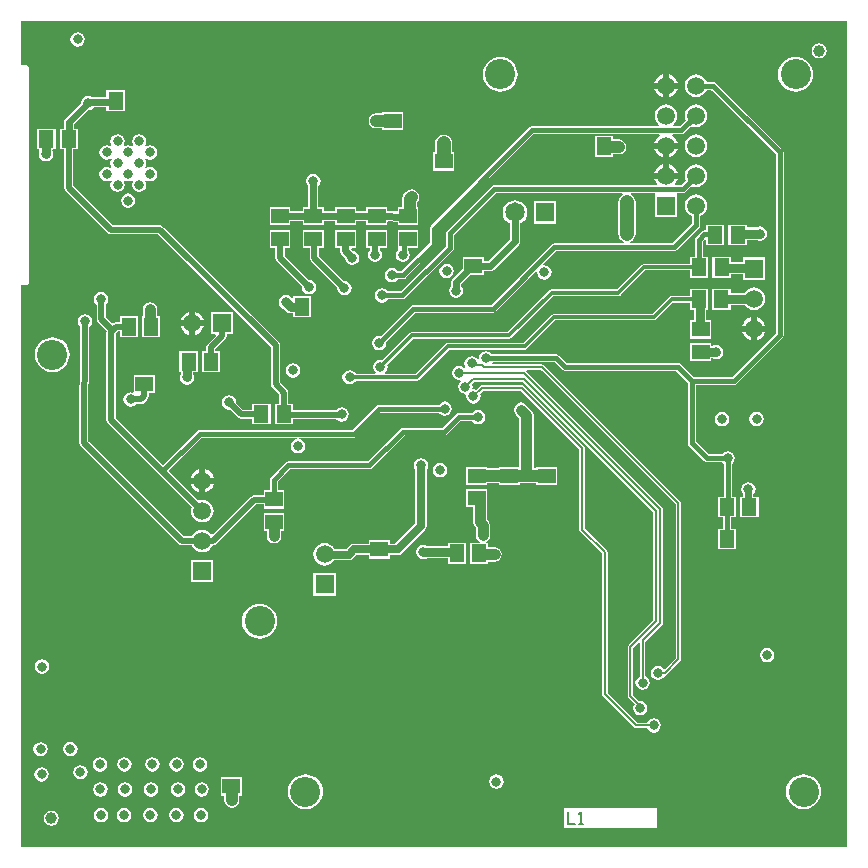
<source format=gtl>
G04*
G04 #@! TF.GenerationSoftware,Altium Limited,Altium Designer,19.1.6 (110)*
G04*
G04 Layer_Physical_Order=1*
G04 Layer_Color=255*
%FSLAX25Y25*%
%MOIN*%
G70*
G01*
G75*
%ADD11C,0.00787*%
%ADD12C,0.00591*%
%ADD13R,0.05118X0.05906*%
%ADD14R,0.05906X0.05118*%
%ADD15C,0.03937*%
%ADD24C,0.01575*%
%ADD25C,0.01181*%
%ADD26C,0.02756*%
%ADD27C,0.01968*%
%ADD28C,0.03543*%
%ADD29C,0.03150*%
%ADD30C,0.04724*%
%ADD31C,0.03800*%
%ADD32C,0.02362*%
%ADD33C,0.03937*%
%ADD34C,0.03504*%
%ADD35C,0.00984*%
%ADD36C,0.03000*%
%ADD37C,0.01024*%
%ADD38R,0.05906X0.05906*%
%ADD39C,0.05906*%
%ADD40R,0.05906X0.05906*%
%ADD41C,0.06500*%
%ADD42C,0.03150*%
%ADD43C,0.10039*%
G36*
X277148Y2149D02*
X1557D01*
Y189623D01*
X3248D01*
X3716Y189716D01*
X4113Y189981D01*
X4378Y190378D01*
X4471Y190847D01*
Y261713D01*
X4378Y262181D01*
X4113Y262578D01*
X3716Y262843D01*
X3248Y262936D01*
X1557D01*
Y277740D01*
X277148D01*
Y2149D01*
D02*
G37*
%LPC*%
G36*
X20571Y273865D02*
X19649Y273682D01*
X18868Y273160D01*
X18346Y272378D01*
X18162Y271457D01*
X18346Y270535D01*
X18868Y269754D01*
X19649Y269232D01*
X20571Y269048D01*
X21493Y269232D01*
X22274Y269754D01*
X22796Y270535D01*
X22979Y271457D01*
X22796Y272378D01*
X22274Y273160D01*
X21493Y273682D01*
X20571Y273865D01*
D02*
G37*
G36*
X267717Y270233D02*
X266753Y270042D01*
X265937Y269496D01*
X265391Y268680D01*
X265200Y267717D01*
X265391Y266753D01*
X265937Y265937D01*
X266753Y265391D01*
X267717Y265200D01*
X268680Y265391D01*
X269496Y265937D01*
X270042Y266753D01*
X270233Y267717D01*
X270042Y268680D01*
X269496Y269496D01*
X268680Y270042D01*
X267717Y270233D01*
D02*
G37*
G36*
X217657Y259881D02*
Y257008D01*
X220531D01*
X220524Y257055D01*
X220126Y258017D01*
X219492Y258843D01*
X218667Y259476D01*
X217705Y259875D01*
X217657Y259881D01*
D02*
G37*
G36*
X215689D02*
X215641Y259875D01*
X214680Y259476D01*
X213854Y258843D01*
X213221Y258017D01*
X212822Y257055D01*
X212816Y257008D01*
X215689D01*
Y259881D01*
D02*
G37*
G36*
X259842Y265678D02*
X258704Y265566D01*
X257610Y265233D01*
X256601Y264694D01*
X255716Y263969D01*
X254991Y263084D01*
X254451Y262076D01*
X254119Y260981D01*
X254007Y259842D01*
X254119Y258704D01*
X254451Y257610D01*
X254991Y256601D01*
X255716Y255716D01*
X256601Y254991D01*
X257610Y254451D01*
X258704Y254119D01*
X259842Y254007D01*
X260981Y254119D01*
X262076Y254451D01*
X263084Y254991D01*
X263969Y255716D01*
X264694Y256601D01*
X265233Y257610D01*
X265566Y258704D01*
X265678Y259842D01*
X265566Y260981D01*
X265233Y262076D01*
X264694Y263084D01*
X263969Y263969D01*
X263084Y264694D01*
X262076Y265233D01*
X260981Y265566D01*
X259842Y265678D01*
D02*
G37*
G36*
X161417D02*
X160279Y265566D01*
X159184Y265233D01*
X158176Y264694D01*
X157291Y263969D01*
X156566Y263084D01*
X156026Y262076D01*
X155694Y260981D01*
X155582Y259842D01*
X155694Y258704D01*
X156026Y257610D01*
X156566Y256601D01*
X157291Y255716D01*
X158176Y254991D01*
X159184Y254451D01*
X160279Y254119D01*
X161417Y254007D01*
X162556Y254119D01*
X163650Y254451D01*
X164659Y254991D01*
X165543Y255716D01*
X166269Y256601D01*
X166808Y257610D01*
X167140Y258704D01*
X167253Y259842D01*
X167140Y260981D01*
X166808Y262076D01*
X166269Y263084D01*
X165543Y263969D01*
X164659Y264694D01*
X163650Y265233D01*
X162556Y265566D01*
X161417Y265678D01*
D02*
G37*
G36*
X36228Y254535D02*
X30110D01*
Y252403D01*
X25212D01*
X25036Y252520D01*
X24114Y252704D01*
X23192Y252520D01*
X22411Y251998D01*
X21889Y251217D01*
X21710Y250315D01*
X16406Y245011D01*
X16035Y244455D01*
X15904Y243799D01*
Y241740D01*
X14559D01*
Y234835D01*
X16105D01*
Y221949D01*
X16105Y221949D01*
X16220Y221370D01*
X16548Y220879D01*
X30524Y206902D01*
X30524Y206902D01*
X31015Y206574D01*
X31594Y206459D01*
X31594Y206459D01*
X47364D01*
X85002Y168821D01*
Y156485D01*
X85002Y156485D01*
X85118Y155906D01*
X85446Y155415D01*
X87758Y153103D01*
Y150008D01*
X86213D01*
Y143102D01*
X92331D01*
Y144894D01*
X106766D01*
X106860Y144754D01*
X107641Y144231D01*
X108563Y144048D01*
X109485Y144231D01*
X110266Y144754D01*
X110788Y145535D01*
X110971Y146457D01*
X110788Y147378D01*
X110266Y148160D01*
X109485Y148682D01*
X108563Y148865D01*
X107641Y148682D01*
X106860Y148160D01*
X106700Y147921D01*
X92331D01*
Y150008D01*
X90785D01*
Y153729D01*
X90670Y154308D01*
X90342Y154799D01*
X88029Y157112D01*
Y169447D01*
X88029Y169447D01*
X87914Y170027D01*
X87586Y170518D01*
X49061Y209043D01*
X48570Y209371D01*
X47991Y209486D01*
X47991Y209486D01*
X32221D01*
X19131Y222576D01*
Y234835D01*
X20677D01*
Y241740D01*
X19332D01*
Y243089D01*
X24134Y247891D01*
X25036Y248070D01*
X25817Y248592D01*
X26073Y248975D01*
X30110D01*
Y247630D01*
X36228D01*
Y254535D01*
D02*
G37*
G36*
X215689Y255039D02*
X212816D01*
X212822Y254992D01*
X213221Y254030D01*
X213854Y253204D01*
X214680Y252571D01*
X215641Y252173D01*
X215689Y252166D01*
Y255039D01*
D02*
G37*
G36*
X220531D02*
X217657D01*
Y252166D01*
X217705Y252173D01*
X218667Y252571D01*
X219492Y253204D01*
X220126Y254030D01*
X220524Y254992D01*
X220531Y255039D01*
D02*
G37*
G36*
X226673Y249796D02*
X225697Y249668D01*
X224787Y249291D01*
X224006Y248691D01*
X223406Y247910D01*
X223029Y247000D01*
X222901Y246024D01*
X223029Y245047D01*
X223267Y244474D01*
X221274Y242481D01*
X219022D01*
X218852Y242981D01*
X219341Y243356D01*
X219940Y244137D01*
X220317Y245047D01*
X220446Y246024D01*
X220317Y247000D01*
X219940Y247910D01*
X219341Y248691D01*
X218559Y249291D01*
X217650Y249668D01*
X216673Y249796D01*
X215697Y249668D01*
X214787Y249291D01*
X214006Y248691D01*
X213406Y247910D01*
X213029Y247000D01*
X212901Y246024D01*
X213029Y245047D01*
X213406Y244137D01*
X214006Y243356D01*
X214494Y242981D01*
X214325Y242481D01*
X171976D01*
X171473Y242381D01*
X171047Y242097D01*
X138240Y209290D01*
X137956Y208864D01*
X137856Y208361D01*
Y203590D01*
X128492Y194226D01*
X127259D01*
X126998Y194616D01*
X126217Y195139D01*
X125295Y195322D01*
X124374Y195139D01*
X123592Y194616D01*
X123070Y193835D01*
X122887Y192913D01*
X123070Y191992D01*
X123592Y191210D01*
X124374Y190688D01*
X125295Y190505D01*
X126217Y190688D01*
X126998Y191210D01*
X127259Y191601D01*
X129035D01*
X129538Y191701D01*
X129964Y191985D01*
X140097Y202118D01*
X140381Y202544D01*
X140481Y203046D01*
Y207818D01*
X172519Y239856D01*
X214353D01*
X214523Y239356D01*
X213854Y238843D01*
X213221Y238017D01*
X212822Y237055D01*
X212816Y237008D01*
X216673D01*
X220531D01*
X220524Y237055D01*
X220126Y238017D01*
X219492Y238843D01*
X218824Y239356D01*
X218993Y239856D01*
X221818D01*
X222320Y239956D01*
X222746Y240240D01*
X225123Y242617D01*
X225697Y242380D01*
X226673Y242251D01*
X227650Y242380D01*
X228559Y242757D01*
X229341Y243356D01*
X229940Y244137D01*
X230317Y245047D01*
X230446Y246024D01*
X230317Y247000D01*
X229940Y247910D01*
X229341Y248691D01*
X228559Y249291D01*
X227650Y249668D01*
X226673Y249796D01*
D02*
G37*
G36*
X129021Y247268D02*
X122116D01*
Y246885D01*
X120069D01*
X119105Y246694D01*
X118289Y246148D01*
X117743Y245332D01*
X117552Y244369D01*
X117743Y243405D01*
X118289Y242589D01*
X119105Y242043D01*
X120069Y241852D01*
X122116D01*
Y241150D01*
X129021D01*
Y247268D01*
D02*
G37*
G36*
X41073Y239849D02*
X40151Y239666D01*
X39370Y239144D01*
X38848Y238363D01*
X38664Y237441D01*
X38848Y236519D01*
X39059Y236203D01*
X38698Y235843D01*
X38382Y236054D01*
X37461Y236237D01*
X36539Y236054D01*
X36223Y235843D01*
X35862Y236203D01*
X36074Y236519D01*
X36257Y237441D01*
X36074Y238363D01*
X35552Y239144D01*
X34770Y239666D01*
X33848Y239849D01*
X32927Y239666D01*
X32145Y239144D01*
X31623Y238363D01*
X31440Y237441D01*
X31623Y236519D01*
X31835Y236203D01*
X31474Y235843D01*
X31158Y236054D01*
X30236Y236237D01*
X29315Y236054D01*
X28533Y235532D01*
X28011Y234750D01*
X27828Y233829D01*
X28011Y232907D01*
X28533Y232126D01*
X29315Y231604D01*
X30236Y231420D01*
X31158Y231604D01*
X31474Y231815D01*
X31835Y231454D01*
X31623Y231138D01*
X31440Y230217D01*
X31623Y229295D01*
X31835Y228979D01*
X31474Y228618D01*
X31158Y228830D01*
X30236Y229013D01*
X29315Y228830D01*
X28533Y228307D01*
X28011Y227526D01*
X27828Y226604D01*
X28011Y225683D01*
X28533Y224901D01*
X29315Y224379D01*
X30236Y224196D01*
X31158Y224379D01*
X31474Y224590D01*
X31835Y224230D01*
X31623Y223914D01*
X31440Y222992D01*
X31623Y222070D01*
X32145Y221289D01*
X32927Y220767D01*
X33848Y220584D01*
X34770Y220767D01*
X35552Y221289D01*
X36074Y222070D01*
X36257Y222992D01*
X36074Y223914D01*
X35862Y224230D01*
X36223Y224590D01*
X36539Y224379D01*
X37461Y224196D01*
X38382Y224379D01*
X38698Y224590D01*
X39059Y224230D01*
X38848Y223914D01*
X38664Y222992D01*
X38848Y222070D01*
X39370Y221289D01*
X40151Y220767D01*
X41073Y220584D01*
X41995Y220767D01*
X42776Y221289D01*
X43298Y222070D01*
X43481Y222992D01*
X43298Y223914D01*
X43087Y224230D01*
X43447Y224590D01*
X43763Y224379D01*
X44685Y224196D01*
X45607Y224379D01*
X46388Y224901D01*
X46910Y225683D01*
X47093Y226604D01*
X46910Y227526D01*
X46388Y228307D01*
X45607Y228830D01*
X44685Y229013D01*
X43763Y228830D01*
X43447Y228618D01*
X43087Y228979D01*
X43298Y229295D01*
X43481Y230217D01*
X43298Y231138D01*
X43087Y231454D01*
X43447Y231815D01*
X43763Y231604D01*
X44685Y231420D01*
X45607Y231604D01*
X46388Y232126D01*
X46910Y232907D01*
X47093Y233829D01*
X46910Y234750D01*
X46388Y235532D01*
X45607Y236054D01*
X44685Y236237D01*
X43763Y236054D01*
X43447Y235843D01*
X43087Y236203D01*
X43298Y236519D01*
X43481Y237441D01*
X43298Y238363D01*
X42776Y239144D01*
X41995Y239666D01*
X41073Y239849D01*
D02*
G37*
G36*
X198968Y239321D02*
X192850D01*
Y232416D01*
X198968D01*
Y233113D01*
X200886D01*
X201849Y233305D01*
X202665Y233850D01*
X203211Y234667D01*
X203403Y235630D01*
X203211Y236593D01*
X202665Y237410D01*
X201849Y237955D01*
X200886Y238147D01*
X198968D01*
Y239321D01*
D02*
G37*
G36*
X226673Y239796D02*
X225697Y239668D01*
X224787Y239291D01*
X224006Y238691D01*
X223406Y237910D01*
X223029Y237000D01*
X222901Y236024D01*
X223029Y235047D01*
X223406Y234137D01*
X224006Y233356D01*
X224787Y232757D01*
X225697Y232380D01*
X226673Y232251D01*
X227650Y232380D01*
X228559Y232757D01*
X229341Y233356D01*
X229940Y234137D01*
X230317Y235047D01*
X230446Y236024D01*
X230317Y237000D01*
X229940Y237910D01*
X229341Y238691D01*
X228559Y239291D01*
X227650Y239668D01*
X226673Y239796D01*
D02*
G37*
G36*
X215689Y235039D02*
X212816D01*
X212822Y234992D01*
X213221Y234030D01*
X213854Y233205D01*
X214680Y232571D01*
X215641Y232173D01*
X215689Y232166D01*
Y235039D01*
D02*
G37*
G36*
X220531D02*
X217657D01*
Y232166D01*
X217705Y232173D01*
X218667Y232571D01*
X219492Y233205D01*
X220126Y234030D01*
X220524Y234992D01*
X220531Y235039D01*
D02*
G37*
G36*
X13197Y241740D02*
X7079D01*
Y234835D01*
X7727D01*
Y234206D01*
X7716Y234189D01*
X7532Y233268D01*
X7716Y232346D01*
X8238Y231565D01*
X9019Y231043D01*
X9941Y230859D01*
X10863Y231043D01*
X11644Y231565D01*
X12166Y232346D01*
X12349Y233268D01*
X12166Y234189D01*
X12069Y234335D01*
X12168Y234835D01*
X13197D01*
Y241740D01*
D02*
G37*
G36*
X142569Y239755D02*
X141821Y239657D01*
X141125Y239369D01*
X140527Y238910D01*
X140068Y238312D01*
X139780Y237616D01*
X139682Y236869D01*
Y233868D01*
X139116D01*
Y227750D01*
X146021D01*
Y233868D01*
X145455D01*
Y236869D01*
X145357Y237616D01*
X145069Y238312D01*
X144610Y238910D01*
X144012Y239369D01*
X143316Y239657D01*
X142569Y239755D01*
D02*
G37*
G36*
X217657Y229881D02*
Y227008D01*
X220531D01*
X220524Y227056D01*
X220126Y228017D01*
X219492Y228843D01*
X218667Y229476D01*
X217705Y229875D01*
X217657Y229881D01*
D02*
G37*
G36*
X215689D02*
X215641Y229875D01*
X214680Y229476D01*
X213854Y228843D01*
X213221Y228017D01*
X212822Y227056D01*
X212816Y227008D01*
X215689D01*
Y229881D01*
D02*
G37*
G36*
X226673Y229796D02*
X225697Y229667D01*
X224787Y229291D01*
X224006Y228691D01*
X223406Y227910D01*
X223029Y227000D01*
X222901Y226024D01*
X223029Y225047D01*
X223267Y224474D01*
X221661Y222868D01*
X219833D01*
X219618Y223368D01*
X220126Y224030D01*
X220524Y224992D01*
X220531Y225039D01*
X216673D01*
X212816D01*
X212822Y224992D01*
X213221Y224030D01*
X213729Y223368D01*
X213513Y222868D01*
X159449D01*
X158947Y222768D01*
X158521Y222483D01*
X143740Y207703D01*
X143456Y207277D01*
X143356Y206775D01*
Y202594D01*
X128197Y187435D01*
X123913D01*
X123652Y187825D01*
X122871Y188347D01*
X121949Y188531D01*
X121027Y188347D01*
X120246Y187825D01*
X119724Y187044D01*
X119540Y186122D01*
X119724Y185200D01*
X120246Y184419D01*
X121027Y183897D01*
X121949Y183714D01*
X122871Y183897D01*
X123652Y184419D01*
X123913Y184809D01*
X128740D01*
X129243Y184909D01*
X129668Y185194D01*
X145597Y201122D01*
X145881Y201548D01*
X145981Y202050D01*
Y206231D01*
X159993Y220243D01*
X202142D01*
X202242Y219742D01*
X202198Y219724D01*
X201600Y219266D01*
X201142Y218668D01*
X200853Y217972D01*
X200755Y217224D01*
Y214871D01*
X200550D01*
Y207965D01*
X200755D01*
Y206693D01*
X200853Y205946D01*
X201142Y205250D01*
X201600Y204652D01*
X202198Y204193D01*
X202587Y204032D01*
X202654Y203987D01*
X202502Y203487D01*
X179439D01*
X178936Y203387D01*
X178510Y203103D01*
X158413Y183005D01*
X132493D01*
X131991Y182906D01*
X131565Y182621D01*
X121529Y172585D01*
X121069Y172677D01*
X120147Y172494D01*
X119366Y171972D01*
X118843Y171190D01*
X118660Y170268D01*
X118843Y169347D01*
X119366Y168565D01*
X120147Y168043D01*
X121069Y167860D01*
X121990Y168043D01*
X122772Y168565D01*
X123294Y169347D01*
X123477Y170268D01*
X123385Y170729D01*
X133037Y180380D01*
X158957D01*
X159459Y180480D01*
X159885Y180765D01*
X173277Y194157D01*
X173738Y193911D01*
X173709Y193765D01*
X173892Y192843D01*
X174414Y192061D01*
X175196Y191539D01*
X176117Y191356D01*
X177039Y191539D01*
X177820Y192061D01*
X178342Y192843D01*
X178526Y193765D01*
X178342Y194686D01*
X177820Y195468D01*
X177039Y195990D01*
X176117Y196173D01*
X175971Y196144D01*
X175725Y196605D01*
X179982Y200862D01*
X219301D01*
X219803Y200962D01*
X220229Y201247D01*
X227601Y208619D01*
X227886Y209045D01*
X227986Y209547D01*
Y212519D01*
X228559Y212757D01*
X229341Y213356D01*
X229940Y214137D01*
X230317Y215047D01*
X230446Y216024D01*
X230317Y217000D01*
X229940Y217910D01*
X229341Y218691D01*
X228559Y219291D01*
X227650Y219668D01*
X226673Y219796D01*
X225697Y219668D01*
X224787Y219291D01*
X224006Y218691D01*
X223406Y217910D01*
X223029Y217000D01*
X222901Y216024D01*
X223029Y215047D01*
X223406Y214137D01*
X224006Y213356D01*
X224787Y212757D01*
X225361Y212519D01*
Y210091D01*
X218757Y203487D01*
X204978D01*
X204827Y203987D01*
X205443Y204399D01*
X205537Y204539D01*
X205683Y204652D01*
X206142Y205250D01*
X206430Y205946D01*
X206529Y206693D01*
Y207965D01*
X206668D01*
Y214871D01*
X206529D01*
Y217224D01*
X206430Y217972D01*
X206142Y218668D01*
X205683Y219266D01*
X205085Y219724D01*
X205042Y219742D01*
X205141Y220243D01*
X212882D01*
X212933Y219764D01*
X212933Y219742D01*
Y212283D01*
X220413D01*
Y219742D01*
X220413Y219764D01*
X220465Y220243D01*
X222205D01*
X222707Y220342D01*
X223133Y220627D01*
X225123Y222617D01*
X225697Y222380D01*
X226673Y222251D01*
X227650Y222380D01*
X228559Y222757D01*
X229341Y223356D01*
X229940Y224137D01*
X230317Y225047D01*
X230446Y226024D01*
X230317Y227000D01*
X229940Y227910D01*
X229341Y228691D01*
X228559Y229291D01*
X227650Y229667D01*
X226673Y229796D01*
D02*
G37*
G36*
X37402Y220125D02*
X36480Y219942D01*
X35699Y219420D01*
X35176Y218638D01*
X34993Y217717D01*
X35176Y216795D01*
X35699Y216014D01*
X36480Y215491D01*
X37402Y215308D01*
X38323Y215491D01*
X39105Y216014D01*
X39627Y216795D01*
X39810Y217717D01*
X39627Y218638D01*
X39105Y219420D01*
X38323Y219942D01*
X37402Y220125D01*
D02*
G37*
G36*
X99114Y226621D02*
X98193Y226438D01*
X97411Y225916D01*
X96889Y225134D01*
X96706Y224213D01*
X96889Y223291D01*
X97400Y222526D01*
Y215567D01*
X95616D01*
Y214222D01*
X91421D01*
Y215567D01*
X84516D01*
Y209449D01*
X91421D01*
Y210794D01*
X95616D01*
Y209449D01*
X102521D01*
Y210794D01*
X106416D01*
Y209449D01*
X113321D01*
Y210794D01*
X116816D01*
Y209449D01*
X123721D01*
Y210407D01*
X124076Y210759D01*
X127216Y210731D01*
Y209449D01*
X134121D01*
Y215567D01*
X133785D01*
Y217394D01*
X134194Y218005D01*
X134385Y218969D01*
X134194Y219932D01*
X133648Y220748D01*
X132832Y221294D01*
X131869Y221485D01*
X130905Y221294D01*
X130089Y220748D01*
X129489Y220148D01*
X128943Y219332D01*
X128752Y218369D01*
Y215567D01*
X127216D01*
Y214514D01*
X126861Y214162D01*
X123721Y214191D01*
Y215567D01*
X116816D01*
Y214222D01*
X113321D01*
Y215567D01*
X106416D01*
Y214222D01*
X102521D01*
Y215567D01*
X100828D01*
Y222526D01*
X101339Y223291D01*
X101523Y224213D01*
X101339Y225134D01*
X100817Y225916D01*
X100036Y226438D01*
X99114Y226621D01*
D02*
G37*
G36*
X180079Y217520D02*
X172598D01*
Y210039D01*
X180079D01*
Y217520D01*
D02*
G37*
G36*
X243610Y209752D02*
X237492D01*
Y202847D01*
X243610D01*
Y204577D01*
X246946D01*
X247110Y204468D01*
X248031Y204284D01*
X248953Y204468D01*
X249734Y204990D01*
X250257Y205771D01*
X250440Y206693D01*
X250257Y207615D01*
X249734Y208396D01*
X248953Y208918D01*
X248031Y209101D01*
X247110Y208918D01*
X246946Y208808D01*
X243610D01*
Y209752D01*
D02*
G37*
G36*
X236130D02*
X230012D01*
Y207809D01*
X229429D01*
X228927Y207709D01*
X228501Y207424D01*
X226690Y205613D01*
X226405Y205187D01*
X226306Y204685D01*
Y198921D01*
X224669D01*
Y196691D01*
X209358D01*
X208933Y196606D01*
X208572Y196365D01*
X200327Y188120D01*
X178508D01*
X178082Y188035D01*
X177722Y187794D01*
X177722Y187794D01*
X163874Y173947D01*
X131988D01*
X131988Y173947D01*
X131563Y173862D01*
X131202Y173621D01*
X131202Y173621D01*
X122154Y164573D01*
X121457Y164712D01*
X120535Y164528D01*
X119754Y164006D01*
X119231Y163225D01*
X119048Y162303D01*
X119231Y161381D01*
X119754Y160600D01*
X119948Y160470D01*
X119796Y159970D01*
X113319D01*
X112924Y160561D01*
X112142Y161083D01*
X111221Y161267D01*
X110299Y161083D01*
X109517Y160561D01*
X108995Y159780D01*
X108812Y158858D01*
X108995Y157937D01*
X109517Y157155D01*
X110299Y156633D01*
X111221Y156450D01*
X112142Y156633D01*
X112924Y157155D01*
X113319Y157746D01*
X133563D01*
X133563Y157746D01*
X133988Y157831D01*
X134349Y158072D01*
X144358Y168081D01*
X169587D01*
X169587Y168081D01*
X170012Y168166D01*
X170373Y168407D01*
X179791Y177825D01*
X212697D01*
X212697Y177825D01*
X213122Y177910D01*
X213483Y178151D01*
X219063Y183731D01*
X224598D01*
Y181390D01*
X225837D01*
Y177862D01*
X224795D01*
Y171744D01*
X231701D01*
Y177862D01*
X230068D01*
Y181390D01*
X230716D01*
Y188295D01*
X224598D01*
Y185954D01*
X218602D01*
X218602Y185954D01*
X218177Y185870D01*
X217816Y185629D01*
X217816Y185629D01*
X212236Y180049D01*
X179331D01*
X178905Y179964D01*
X178544Y179723D01*
X178544Y179723D01*
X169126Y170305D01*
X143898D01*
X143898Y170305D01*
X143472Y170220D01*
X143111Y169979D01*
X143111Y169979D01*
X133102Y159970D01*
X123117D01*
X122965Y160470D01*
X123160Y160600D01*
X123682Y161381D01*
X123865Y162303D01*
X123726Y163000D01*
X132449Y171723D01*
X164335D01*
X164335Y171723D01*
X164760Y171807D01*
X165121Y172048D01*
X178968Y185896D01*
X200787D01*
X200787Y185896D01*
X201213Y185981D01*
X201574Y186222D01*
X209819Y194467D01*
X224669D01*
Y192016D01*
X230787D01*
Y198921D01*
X228931D01*
Y204141D01*
X229512Y204722D01*
X230012Y204515D01*
Y202847D01*
X236130D01*
Y209752D01*
D02*
G37*
G36*
X166339Y217852D02*
X165285Y217713D01*
X164303Y217306D01*
X163459Y216659D01*
X162812Y215816D01*
X162405Y214833D01*
X162266Y213779D01*
X162405Y212726D01*
X162812Y211743D01*
X163459Y210900D01*
X164303Y210253D01*
X164625Y210120D01*
Y204844D01*
X157361Y197580D01*
X155913D01*
Y198925D01*
X149008D01*
Y195231D01*
X145540Y191763D01*
X145168Y191207D01*
X145038Y190551D01*
Y189383D01*
X144527Y188619D01*
X144343Y187697D01*
X144527Y186775D01*
X145049Y185994D01*
X145830Y185472D01*
X146752Y185288D01*
X147674Y185472D01*
X148455Y185994D01*
X148977Y186775D01*
X149160Y187697D01*
X148977Y188619D01*
X148466Y189383D01*
Y189841D01*
X151432Y192807D01*
X155913D01*
Y194152D01*
X158071D01*
X158727Y194283D01*
X159283Y194654D01*
X167551Y202922D01*
X167922Y203478D01*
X168053Y204134D01*
Y210120D01*
X168375Y210253D01*
X169218Y210900D01*
X169865Y211743D01*
X170272Y212726D01*
X170411Y213779D01*
X170272Y214833D01*
X169865Y215816D01*
X169218Y216659D01*
X168375Y217306D01*
X167393Y217713D01*
X166339Y217852D01*
D02*
G37*
G36*
X123721Y208087D02*
X116816D01*
Y201969D01*
X117985D01*
X118073Y201468D01*
X117982Y201408D01*
X117460Y200626D01*
X117277Y199705D01*
X117460Y198783D01*
X117982Y198002D01*
X118763Y197480D01*
X119685Y197296D01*
X120607Y197480D01*
X121388Y198002D01*
X121910Y198783D01*
X122093Y199705D01*
X121910Y200626D01*
X121388Y201408D01*
X121297Y201468D01*
X121385Y201969D01*
X123721D01*
Y208087D01*
D02*
G37*
G36*
X134121D02*
X127216D01*
Y201969D01*
X127227D01*
X127379Y201468D01*
X127234Y201372D01*
X126712Y200590D01*
X126529Y199669D01*
X126712Y198747D01*
X127234Y197966D01*
X128015Y197443D01*
X128937Y197260D01*
X129859Y197443D01*
X130640Y197966D01*
X131162Y198747D01*
X131345Y199669D01*
X131162Y200590D01*
X130640Y201372D01*
X130545Y201435D01*
Y201969D01*
X134121D01*
Y208087D01*
D02*
G37*
G36*
X113321D02*
X106416D01*
Y201969D01*
X107833D01*
Y201190D01*
X107964Y200534D01*
X108335Y199978D01*
X109664Y198649D01*
X109843Y197747D01*
X110365Y196966D01*
X111147Y196443D01*
X112068Y196260D01*
X112990Y196443D01*
X113772Y196966D01*
X114294Y197747D01*
X114477Y198669D01*
X114294Y199590D01*
X113772Y200372D01*
X112990Y200894D01*
X112088Y201073D01*
X111693Y201468D01*
X111900Y201969D01*
X113321D01*
Y208087D01*
D02*
G37*
G36*
X143569Y196677D02*
X142647Y196494D01*
X141866Y195972D01*
X141343Y195190D01*
X141160Y194269D01*
X141343Y193347D01*
X141866Y192566D01*
X142647Y192043D01*
X143569Y191860D01*
X144490Y192043D01*
X145272Y192566D01*
X145794Y193347D01*
X145977Y194269D01*
X145794Y195190D01*
X145272Y195972D01*
X144490Y196494D01*
X143569Y196677D01*
D02*
G37*
G36*
X238268Y198921D02*
X232150D01*
Y192016D01*
X238268D01*
Y193139D01*
X242224D01*
Y191299D01*
X249705D01*
Y198779D01*
X242224D01*
Y197369D01*
X238268D01*
Y198921D01*
D02*
G37*
G36*
X245965Y188812D02*
X244988Y188683D01*
X244078Y188306D01*
X243297Y187707D01*
X242798Y187056D01*
X238197D01*
Y188295D01*
X232079D01*
Y181390D01*
X238197D01*
Y182826D01*
X242949D01*
X243297Y182372D01*
X244078Y181772D01*
X244988Y181395D01*
X245965Y181267D01*
X246941Y181395D01*
X247851Y181772D01*
X248632Y182372D01*
X249232Y183153D01*
X249608Y184063D01*
X249737Y185039D01*
X249608Y186016D01*
X249232Y186926D01*
X248632Y187707D01*
X247851Y188306D01*
X246941Y188683D01*
X245965Y188812D01*
D02*
G37*
G36*
X91421Y208087D02*
X84516D01*
Y201969D01*
X86479D01*
Y198528D01*
X86479Y198528D01*
X86594Y197949D01*
X86922Y197458D01*
X95274Y189107D01*
X95229Y188883D01*
X95413Y187961D01*
X95935Y187180D01*
X96716Y186658D01*
X97638Y186474D01*
X98559Y186658D01*
X99341Y187180D01*
X99863Y187961D01*
X100046Y188883D01*
X99863Y189804D01*
X99341Y190586D01*
X98559Y191108D01*
X97638Y191291D01*
X97414Y191247D01*
X89505Y199155D01*
Y201969D01*
X91421D01*
Y208087D01*
D02*
G37*
G36*
X102521D02*
X95616D01*
Y201969D01*
X97949D01*
Y198735D01*
X97949Y198735D01*
X98064Y198155D01*
X98392Y197665D01*
X107112Y188944D01*
X107040Y188583D01*
X107224Y187661D01*
X107746Y186880D01*
X108527Y186357D01*
X109449Y186174D01*
X110371Y186357D01*
X111152Y186880D01*
X111674Y187661D01*
X111857Y188583D01*
X111674Y189504D01*
X111152Y190286D01*
X110371Y190808D01*
X109449Y190991D01*
X109363Y190974D01*
X100976Y199362D01*
Y201969D01*
X102521D01*
Y208087D01*
D02*
G37*
G36*
X89961Y186365D02*
X89039Y186182D01*
X88258Y185660D01*
X87735Y184878D01*
X87552Y183957D01*
X87735Y183035D01*
X88258Y182254D01*
X89039Y181731D01*
X89233Y181693D01*
X90053Y180873D01*
X90739Y180414D01*
X91549Y180253D01*
X92369D01*
Y178916D01*
X98487D01*
Y185821D01*
X92369D01*
Y185504D01*
X91869Y185352D01*
X91664Y185660D01*
X90882Y186182D01*
X89961Y186365D01*
D02*
G37*
G36*
X59685Y180727D02*
Y177854D01*
X62558D01*
X62552Y177902D01*
X62154Y178864D01*
X61520Y179689D01*
X60694Y180323D01*
X59733Y180721D01*
X59685Y180727D01*
D02*
G37*
G36*
X57717D02*
X57669Y180721D01*
X56707Y180323D01*
X55882Y179689D01*
X55248Y178864D01*
X54850Y177902D01*
X54843Y177854D01*
X57717D01*
Y180727D01*
D02*
G37*
G36*
X246949Y178897D02*
Y176024D01*
X249822D01*
X249816Y176071D01*
X249417Y177033D01*
X248784Y177858D01*
X247958Y178492D01*
X246996Y178890D01*
X246949Y178897D01*
D02*
G37*
G36*
X244980D02*
X244933Y178890D01*
X243971Y178492D01*
X243145Y177858D01*
X242512Y177033D01*
X242113Y176071D01*
X242107Y176024D01*
X244980D01*
Y178897D01*
D02*
G37*
G36*
X62558Y175886D02*
X59685D01*
Y173013D01*
X59733Y173019D01*
X60694Y173417D01*
X61520Y174051D01*
X62154Y174877D01*
X62552Y175838D01*
X62558Y175886D01*
D02*
G37*
G36*
X57717D02*
X54843D01*
X54850Y175838D01*
X55248Y174877D01*
X55882Y174051D01*
X56707Y173417D01*
X57669Y173019D01*
X57717Y173013D01*
Y175886D01*
D02*
G37*
G36*
X44668Y183877D02*
X43747Y183694D01*
X42965Y183172D01*
X42443Y182390D01*
X42260Y181468D01*
X42372Y180903D01*
Y179142D01*
X42020D01*
Y172236D01*
X48138D01*
Y179142D01*
X46965D01*
Y180903D01*
X47077Y181468D01*
X46894Y182390D01*
X46372Y183172D01*
X45590Y183694D01*
X44668Y183877D01*
D02*
G37*
G36*
X28368Y187277D02*
X27447Y187094D01*
X26665Y186572D01*
X26143Y185790D01*
X25960Y184869D01*
X26143Y183947D01*
X26665Y183166D01*
X26855Y183039D01*
Y178169D01*
X26855Y178168D01*
X26970Y177589D01*
X27298Y177098D01*
X30200Y174196D01*
X30155Y173969D01*
X30155Y173969D01*
Y144669D01*
X30155Y144668D01*
X30270Y144089D01*
X30598Y143598D01*
X39043Y135154D01*
X39043Y135153D01*
X47675Y126522D01*
X47678Y126520D01*
X47679Y126517D01*
X54589Y119662D01*
X58588Y115663D01*
X58433Y115290D01*
X58305Y114314D01*
X58433Y113338D01*
X58810Y112428D01*
X59410Y111647D01*
X60191Y111047D01*
X61101Y110670D01*
X62077Y110542D01*
X63054Y110670D01*
X63963Y111047D01*
X64745Y111647D01*
X65344Y112428D01*
X65721Y113338D01*
X65850Y114314D01*
X65721Y115290D01*
X65344Y116200D01*
X64745Y116982D01*
X63963Y117581D01*
X63054Y117958D01*
X62077Y118087D01*
X61101Y117958D01*
X60728Y117804D01*
X56729Y121802D01*
X56727Y121804D01*
X56725Y121807D01*
X50999Y127488D01*
X50998Y127988D01*
X61756Y138746D01*
X93766D01*
X93815Y138247D01*
X93649Y138214D01*
X93047Y138094D01*
X92265Y137572D01*
X91743Y136790D01*
X91560Y135869D01*
X91743Y134947D01*
X92265Y134166D01*
X93047Y133643D01*
X93968Y133460D01*
X94890Y133643D01*
X95672Y134166D01*
X96194Y134947D01*
X96377Y135869D01*
X96194Y136790D01*
X95672Y137572D01*
X94890Y138094D01*
X94288Y138214D01*
X94122Y138247D01*
X94171Y138746D01*
X112559D01*
X113061Y138846D01*
X113487Y139131D01*
X121397Y147040D01*
X140905D01*
X141165Y146650D01*
X141947Y146128D01*
X142868Y145945D01*
X143790Y146128D01*
X144572Y146650D01*
X145094Y147431D01*
X145277Y148353D01*
X145094Y149275D01*
X144572Y150056D01*
X143790Y150578D01*
X142868Y150761D01*
X141947Y150578D01*
X141165Y150056D01*
X140905Y149666D01*
X120853D01*
X120351Y149566D01*
X119925Y149281D01*
X112015Y141372D01*
X61213D01*
X60710Y141272D01*
X60284Y140987D01*
X48887Y129590D01*
X41184Y137294D01*
X41183Y137294D01*
X33182Y145295D01*
Y173342D01*
X34016Y174176D01*
X34539D01*
Y172236D01*
X40657D01*
Y179142D01*
X34539D01*
Y177202D01*
X33389D01*
X32810Y177087D01*
X32319Y176759D01*
X31859Y176818D01*
X29882Y178795D01*
Y183039D01*
X30072Y183166D01*
X30594Y183947D01*
X30777Y184869D01*
X30594Y185790D01*
X30072Y186572D01*
X29290Y187094D01*
X28368Y187277D01*
D02*
G37*
G36*
X249822Y174055D02*
X246949D01*
Y171182D01*
X246996Y171188D01*
X247958Y171587D01*
X248784Y172220D01*
X249417Y173046D01*
X249816Y174007D01*
X249822Y174055D01*
D02*
G37*
G36*
X244980D02*
X242107D01*
X242113Y174007D01*
X242512Y173046D01*
X243145Y172220D01*
X243971Y171587D01*
X244933Y171188D01*
X244980Y171182D01*
Y174055D01*
D02*
G37*
G36*
X231701Y170382D02*
X224795D01*
Y164264D01*
X231701D01*
Y165109D01*
X232280D01*
X232445Y164999D01*
X233366Y164816D01*
X234288Y164999D01*
X235069Y165521D01*
X235591Y166303D01*
X235775Y167224D01*
X235591Y168146D01*
X235069Y168928D01*
X234288Y169450D01*
X233366Y169633D01*
X232445Y169450D01*
X232280Y169340D01*
X231701D01*
Y170382D01*
D02*
G37*
G36*
X72441Y180610D02*
X64961D01*
Y173130D01*
X66400D01*
X66591Y172668D01*
X63890Y169968D01*
X63563Y169477D01*
X63447Y168898D01*
X63447Y168898D01*
Y167521D01*
X61950D01*
Y160616D01*
X68068D01*
Y167521D01*
X66474D01*
Y168271D01*
X69771Y171568D01*
X70099Y172059D01*
X70214Y172638D01*
X70214Y172638D01*
Y173130D01*
X72441D01*
Y180610D01*
D02*
G37*
G36*
X12106Y172174D02*
X10968Y172062D01*
X9873Y171730D01*
X8864Y171190D01*
X7980Y170465D01*
X7254Y169580D01*
X6715Y168572D01*
X6383Y167477D01*
X6271Y166339D01*
X6383Y165200D01*
X6715Y164105D01*
X7254Y163097D01*
X7980Y162213D01*
X8864Y161487D01*
X9873Y160948D01*
X10968Y160616D01*
X12106Y160503D01*
X13245Y160616D01*
X14339Y160948D01*
X15348Y161487D01*
X16232Y162213D01*
X16958Y163097D01*
X17497Y164105D01*
X17829Y165200D01*
X17942Y166339D01*
X17829Y167477D01*
X17497Y168572D01*
X16958Y169580D01*
X16232Y170465D01*
X15348Y171190D01*
X14339Y171730D01*
X13245Y172062D01*
X12106Y172174D01*
D02*
G37*
G36*
X226673Y259796D02*
X225697Y259667D01*
X224787Y259291D01*
X224006Y258691D01*
X223406Y257910D01*
X223029Y257000D01*
X222901Y256024D01*
X223029Y255047D01*
X223406Y254137D01*
X224006Y253356D01*
X224787Y252757D01*
X225697Y252380D01*
X226673Y252251D01*
X227650Y252380D01*
X228559Y252757D01*
X229341Y253356D01*
X229940Y254137D01*
X230178Y254711D01*
X231720D01*
X253215Y233216D01*
Y173378D01*
X238630Y158793D01*
X225937D01*
X221499Y163231D01*
X221073Y163516D01*
X220571Y163616D01*
X183516D01*
X181046Y166086D01*
X180620Y166370D01*
X180118Y166470D01*
X158657D01*
X158396Y166860D01*
X157615Y167383D01*
X156693Y167566D01*
X155771Y167383D01*
X154990Y166860D01*
X154468Y166079D01*
X154284Y165157D01*
X154323Y164966D01*
X153852Y164771D01*
X153573Y165187D01*
X152792Y165709D01*
X151870Y165893D01*
X150948Y165709D01*
X150167Y165187D01*
X149645Y164406D01*
X149462Y163484D01*
X149645Y162563D01*
X149774Y162370D01*
X149439Y162038D01*
X148658Y162560D01*
X147736Y162743D01*
X146815Y162560D01*
X146033Y162038D01*
X145511Y161256D01*
X145328Y160335D01*
X145511Y159413D01*
X146033Y158632D01*
X146815Y158109D01*
X147736Y157926D01*
X148069Y157992D01*
X148264Y157521D01*
X148100Y157412D01*
X147578Y156630D01*
X147395Y155709D01*
X147578Y154787D01*
X148100Y154006D01*
X148881Y153483D01*
X149750Y153311D01*
X149803Y153300D01*
X150131Y152856D01*
X150052Y152461D01*
X150235Y151539D01*
X150758Y150758D01*
X151539Y150235D01*
X152461Y150052D01*
X153382Y150235D01*
X154164Y150758D01*
X154686Y151539D01*
X154869Y152461D01*
X154686Y153382D01*
X154680Y153391D01*
X155684Y154396D01*
X168189D01*
X187824Y134760D01*
Y108017D01*
X187893Y107668D01*
X188091Y107373D01*
X195349Y100115D01*
Y53159D01*
X195418Y52810D01*
X195615Y52515D01*
X205960Y42171D01*
X206255Y41973D01*
X206604Y41904D01*
X210371D01*
X210373Y41893D01*
X210895Y41112D01*
X211677Y40590D01*
X212598Y40407D01*
X213520Y40590D01*
X214301Y41112D01*
X214824Y41893D01*
X215007Y42815D01*
X214824Y43737D01*
X214301Y44518D01*
X213520Y45040D01*
X212598Y45223D01*
X211677Y45040D01*
X210895Y44518D01*
X210373Y43737D01*
X210371Y43726D01*
X206981D01*
X197171Y53536D01*
Y100492D01*
X197102Y100841D01*
X196904Y101137D01*
X189646Y108395D01*
Y135138D01*
X189577Y135486D01*
X189380Y135782D01*
X169210Y155951D01*
X168915Y156149D01*
X168566Y156218D01*
X155307D01*
X154958Y156149D01*
X154663Y155951D01*
X153391Y154680D01*
X153382Y154686D01*
X152514Y154859D01*
X152461Y154869D01*
X152133Y155314D01*
X152212Y155709D01*
X152028Y156630D01*
X152022Y156639D01*
X152641Y157258D01*
X169111D01*
X212475Y113894D01*
Y77946D01*
X204179Y69650D01*
X203981Y69354D01*
X203912Y69005D01*
Y52658D01*
X203981Y52309D01*
X204179Y52013D01*
X206167Y50025D01*
X205846Y49544D01*
X205662Y48622D01*
X205846Y47700D01*
X206368Y46919D01*
X207149Y46397D01*
X208071Y46214D01*
X208993Y46397D01*
X209774Y46919D01*
X210296Y47700D01*
X210479Y48622D01*
X210296Y49544D01*
X209774Y50325D01*
X208993Y50847D01*
X208071Y51030D01*
X207794Y50975D01*
X205734Y53035D01*
Y68628D01*
X207510Y70404D01*
X207972Y70213D01*
Y59277D01*
X207962Y59275D01*
X207181Y58753D01*
X206659Y57972D01*
X206475Y57050D01*
X206659Y56128D01*
X207181Y55347D01*
X207962Y54825D01*
X208884Y54642D01*
X209805Y54825D01*
X210587Y55347D01*
X211109Y56128D01*
X211292Y57050D01*
X211109Y57972D01*
X210587Y58753D01*
X209805Y59275D01*
X209795Y59277D01*
Y70727D01*
X215418Y76349D01*
X215615Y76645D01*
X215684Y76994D01*
Y114846D01*
X215615Y115195D01*
X215418Y115491D01*
X170097Y160811D01*
X170305Y161311D01*
X175097D01*
X219857Y116552D01*
Y65141D01*
X216388Y61673D01*
X215891Y61722D01*
X215679Y62038D01*
X214898Y62560D01*
X213976Y62743D01*
X213055Y62560D01*
X212273Y62038D01*
X211751Y61256D01*
X211568Y60335D01*
X211751Y59413D01*
X212273Y58632D01*
X213055Y58109D01*
X213976Y57926D01*
X214898Y58109D01*
X215679Y58632D01*
X216201Y59413D01*
X216204Y59423D01*
X216339D01*
X216687Y59493D01*
X216983Y59690D01*
X221412Y64119D01*
X221610Y64415D01*
X221679Y64764D01*
Y116929D01*
X221610Y117278D01*
X221412Y117573D01*
X176119Y162866D01*
X175823Y163064D01*
X175475Y163133D01*
X159103D01*
X158831Y163633D01*
X158967Y163845D01*
X179574D01*
X182044Y161375D01*
X182470Y161091D01*
X182972Y160991D01*
X220027D01*
X223983Y157035D01*
Y136909D01*
X224083Y136407D01*
X224367Y135981D01*
X229485Y130863D01*
X229911Y130579D01*
X230413Y130479D01*
X235241D01*
X235502Y130088D01*
X235991Y129762D01*
Y119004D01*
X233949D01*
Y112098D01*
X235695D01*
Y108374D01*
X233949D01*
Y101469D01*
X240067D01*
Y108374D01*
X238320D01*
Y112098D01*
X240067D01*
Y119004D01*
X238616D01*
Y129893D01*
X238908Y130088D01*
X239430Y130870D01*
X239613Y131791D01*
X239430Y132713D01*
X238908Y133494D01*
X238126Y134017D01*
X237205Y134200D01*
X236283Y134017D01*
X235502Y133494D01*
X235241Y133104D01*
X230957D01*
X226608Y137453D01*
Y156168D01*
X239173D01*
X239675Y156268D01*
X240101Y156552D01*
X255456Y171906D01*
X255740Y172332D01*
X255840Y172835D01*
Y233760D01*
X255740Y234262D01*
X255456Y234688D01*
X233192Y256952D01*
X232766Y257236D01*
X232264Y257336D01*
X230178D01*
X229940Y257910D01*
X229341Y258691D01*
X228559Y259291D01*
X227650Y259667D01*
X226673Y259796D01*
D02*
G37*
G36*
X92323Y163531D02*
X91401Y163347D01*
X90620Y162825D01*
X90098Y162044D01*
X89914Y161122D01*
X90098Y160200D01*
X90620Y159419D01*
X91401Y158897D01*
X92323Y158714D01*
X93244Y158897D01*
X94026Y159419D01*
X94548Y160200D01*
X94731Y161122D01*
X94548Y162044D01*
X94026Y162825D01*
X93244Y163347D01*
X92323Y163531D01*
D02*
G37*
G36*
X60587Y167521D02*
X54469D01*
Y160616D01*
X54873D01*
Y159846D01*
X54763Y159681D01*
X54580Y158760D01*
X54763Y157838D01*
X55285Y157057D01*
X56067Y156535D01*
X56988Y156351D01*
X57910Y156535D01*
X58691Y157057D01*
X59213Y157838D01*
X59397Y158760D01*
X59213Y159681D01*
X59104Y159846D01*
Y160616D01*
X60587D01*
Y167521D01*
D02*
G37*
G36*
X46169Y159653D02*
X39264D01*
Y154149D01*
X38764Y153743D01*
X38234Y153849D01*
X37313Y153665D01*
X36531Y153143D01*
X36009Y152362D01*
X35826Y151440D01*
X36009Y150519D01*
X36531Y149737D01*
X37313Y149215D01*
X38234Y149032D01*
X39156Y149215D01*
X39937Y149737D01*
X40064Y149927D01*
X41696D01*
X41696Y149927D01*
X42275Y150042D01*
X42766Y150370D01*
X43787Y151391D01*
X43787Y151391D01*
X44115Y151882D01*
X44230Y152461D01*
Y153535D01*
X46169D01*
Y159653D01*
D02*
G37*
G36*
X22967Y179877D02*
X22045Y179694D01*
X21264Y179172D01*
X20742Y178390D01*
X20558Y177469D01*
X20742Y176547D01*
X21264Y175766D01*
X21437Y175650D01*
X21083Y137054D01*
X21085Y137047D01*
X21083Y137040D01*
X21140Y136757D01*
X21193Y136474D01*
X21197Y136468D01*
X21199Y136461D01*
X21359Y136221D01*
X21517Y135980D01*
X21523Y135976D01*
X21527Y135970D01*
X54253Y103244D01*
X54744Y102916D01*
X55323Y102801D01*
X55323Y102801D01*
X58656D01*
X58810Y102428D01*
X59410Y101647D01*
X60191Y101047D01*
X61101Y100670D01*
X62077Y100542D01*
X63054Y100670D01*
X63963Y101047D01*
X64745Y101647D01*
X65344Y102428D01*
X65499Y102801D01*
X65633D01*
X65633Y102801D01*
X66212Y102916D01*
X66703Y103244D01*
X79954Y116495D01*
X82516D01*
Y115050D01*
X89421D01*
Y121168D01*
X87181D01*
Y124035D01*
X91361Y128215D01*
X117815D01*
X118317Y128315D01*
X118743Y128599D01*
X129579Y139435D01*
X142717D01*
X143219Y139535D01*
X143645Y139820D01*
X148081Y144256D01*
X152113D01*
X152374Y143866D01*
X153155Y143343D01*
X154077Y143160D01*
X154999Y143343D01*
X155780Y143866D01*
X156302Y144647D01*
X156485Y145569D01*
X156302Y146490D01*
X155780Y147272D01*
X154999Y147794D01*
X154077Y147977D01*
X153155Y147794D01*
X152374Y147272D01*
X152113Y146881D01*
X147537D01*
X147035Y146781D01*
X146609Y146497D01*
X142173Y142061D01*
X129035D01*
X128533Y141961D01*
X128107Y141676D01*
X117271Y130840D01*
X90818D01*
X90315Y130740D01*
X89890Y130456D01*
X84940Y125506D01*
X84656Y125081D01*
X84556Y124578D01*
Y121168D01*
X82516D01*
Y119522D01*
X79327D01*
X78748Y119407D01*
X78258Y119079D01*
X78257Y119079D01*
X65716Y106537D01*
X65052Y106581D01*
X64745Y106982D01*
X63963Y107581D01*
X63054Y107958D01*
X62077Y108087D01*
X61101Y107958D01*
X60191Y107581D01*
X59410Y106982D01*
X58810Y106200D01*
X58656Y105827D01*
X55950D01*
X24116Y137661D01*
X24464Y175628D01*
X24670Y175766D01*
X25192Y176547D01*
X25375Y177469D01*
X25192Y178390D01*
X24670Y179172D01*
X23889Y179694D01*
X22967Y179877D01*
D02*
G37*
G36*
X70965Y152901D02*
X70043Y152717D01*
X69261Y152195D01*
X68739Y151414D01*
X68556Y150492D01*
X68739Y149570D01*
X69261Y148789D01*
X70043Y148267D01*
X70965Y148084D01*
X71188Y148128D01*
X73831Y145485D01*
X73831Y145485D01*
X74322Y145157D01*
X74902Y145042D01*
X74902Y145042D01*
X78732D01*
Y143102D01*
X84850D01*
Y150008D01*
X78732D01*
Y148068D01*
X75528D01*
X73329Y150268D01*
X73373Y150492D01*
X73190Y151414D01*
X72668Y152195D01*
X71886Y152717D01*
X70965Y152901D01*
D02*
G37*
G36*
X235302Y147366D02*
X234380Y147183D01*
X233598Y146660D01*
X233076Y145879D01*
X232893Y144957D01*
X233076Y144036D01*
X233598Y143254D01*
X234380Y142732D01*
X235302Y142549D01*
X236223Y142732D01*
X237005Y143254D01*
X237527Y144036D01*
X237710Y144957D01*
X237527Y145879D01*
X237005Y146660D01*
X236223Y147183D01*
X235302Y147366D01*
D02*
G37*
G36*
X246850Y147290D02*
X245929Y147107D01*
X245147Y146585D01*
X244625Y145804D01*
X244442Y144882D01*
X244625Y143960D01*
X245147Y143179D01*
X245929Y142657D01*
X246850Y142473D01*
X247772Y142657D01*
X248553Y143179D01*
X249076Y143960D01*
X249259Y144882D01*
X249076Y145804D01*
X248553Y146585D01*
X247772Y147107D01*
X246850Y147290D01*
D02*
G37*
G36*
X168430Y150454D02*
X167493Y150268D01*
X166699Y149738D01*
X166169Y148944D01*
X165983Y148007D01*
X166169Y147071D01*
X166699Y146277D01*
X167632Y145345D01*
Y129068D01*
X161016D01*
Y128513D01*
X156996D01*
Y129043D01*
X150091D01*
Y122925D01*
X156996D01*
Y123480D01*
X161016D01*
Y122950D01*
X167921D01*
Y123467D01*
X173417D01*
Y122925D01*
X180323D01*
Y129043D01*
X173417D01*
Y128501D01*
X172526D01*
Y146358D01*
X172339Y147295D01*
X171809Y148089D01*
X170160Y149738D01*
X169366Y150268D01*
X168430Y150454D01*
D02*
G37*
G36*
X141368Y130377D02*
X140447Y130194D01*
X139665Y129672D01*
X139143Y128890D01*
X138960Y127969D01*
X139143Y127047D01*
X139665Y126266D01*
X140447Y125743D01*
X141368Y125560D01*
X142290Y125743D01*
X143072Y126266D01*
X143594Y127047D01*
X143777Y127969D01*
X143594Y128890D01*
X143072Y129672D01*
X142290Y130194D01*
X141368Y130377D01*
D02*
G37*
G36*
X63061Y128172D02*
Y125298D01*
X65934D01*
X65928Y125346D01*
X65530Y126308D01*
X64896Y127133D01*
X64071Y127767D01*
X63109Y128165D01*
X63061Y128172D01*
D02*
G37*
G36*
X61093D02*
X61045Y128165D01*
X60084Y127767D01*
X59258Y127133D01*
X58624Y126308D01*
X58226Y125346D01*
X58220Y125298D01*
X61093D01*
Y128172D01*
D02*
G37*
G36*
X65934Y123330D02*
X63061D01*
Y120457D01*
X63109Y120463D01*
X64071Y120861D01*
X64896Y121495D01*
X65530Y122321D01*
X65928Y123282D01*
X65934Y123330D01*
D02*
G37*
G36*
X61093D02*
X58220D01*
X58226Y123282D01*
X58624Y122321D01*
X59258Y121495D01*
X60084Y120861D01*
X61045Y120463D01*
X61093Y120457D01*
Y123330D01*
D02*
G37*
G36*
X244094Y123865D02*
X243173Y123682D01*
X242391Y123160D01*
X241869Y122378D01*
X241686Y121457D01*
X241869Y120535D01*
X242380Y119770D01*
Y119004D01*
X241429D01*
Y112098D01*
X247547D01*
Y119004D01*
X245809D01*
Y119770D01*
X246320Y120535D01*
X246503Y121457D01*
X246320Y122378D01*
X245797Y123160D01*
X245016Y123682D01*
X244094Y123865D01*
D02*
G37*
G36*
X89421Y113687D02*
X82516D01*
Y107569D01*
X83515D01*
Y105872D01*
X83701Y104935D01*
X84232Y104141D01*
X85026Y103611D01*
X85962Y103425D01*
X86899Y103611D01*
X87692Y104141D01*
X88223Y104935D01*
X88409Y105872D01*
Y107569D01*
X89421D01*
Y113687D01*
D02*
G37*
G36*
X135039Y131936D02*
X134118Y131753D01*
X133336Y131231D01*
X132814Y130449D01*
X132631Y129528D01*
X132814Y128606D01*
X133125Y128141D01*
Y110143D01*
X126372Y103391D01*
X124614D01*
Y104535D01*
X117709D01*
Y103391D01*
X112697D01*
X112697Y103391D01*
X111964Y103245D01*
X111343Y102830D01*
X111343Y102830D01*
X110132Y101620D01*
X106150D01*
X106121Y101689D01*
X105522Y102471D01*
X104741Y103070D01*
X103831Y103447D01*
X102854Y103576D01*
X101878Y103447D01*
X100968Y103070D01*
X100187Y102471D01*
X99587Y101689D01*
X99211Y100779D01*
X99082Y99803D01*
X99211Y98827D01*
X99587Y97917D01*
X100187Y97136D01*
X100968Y96536D01*
X101878Y96159D01*
X102854Y96031D01*
X103831Y96159D01*
X104741Y96536D01*
X105522Y97136D01*
X106024Y97790D01*
X110925D01*
X110925Y97790D01*
X111658Y97936D01*
X112279Y98351D01*
X113490Y99562D01*
X117709D01*
Y98417D01*
X124614D01*
Y99562D01*
X127165D01*
X127165Y99562D01*
X127898Y99707D01*
X128519Y100122D01*
X136393Y107996D01*
X136393Y107996D01*
X136808Y108618D01*
X136954Y109350D01*
X136954Y109351D01*
Y128141D01*
X137265Y128606D01*
X137448Y129528D01*
X137265Y130449D01*
X136742Y131231D01*
X135961Y131753D01*
X135039Y131936D01*
D02*
G37*
G36*
X150008Y103551D02*
X143890D01*
Y102630D01*
X137027D01*
X136749Y102816D01*
X135827Y102999D01*
X134905Y102816D01*
X134124Y102294D01*
X133602Y101512D01*
X133418Y100591D01*
X133602Y99669D01*
X134124Y98887D01*
X134905Y98365D01*
X135827Y98182D01*
X136749Y98365D01*
X137027Y98551D01*
X143890D01*
Y96646D01*
X150008D01*
Y103551D01*
D02*
G37*
G36*
X156996Y121563D02*
X150091D01*
Y115445D01*
X152408D01*
Y110630D01*
X152408Y110630D01*
X152585Y109744D01*
X153087Y108992D01*
X153294Y108785D01*
Y106665D01*
X153202Y106201D01*
X153385Y105279D01*
X153907Y104498D01*
X154576Y104051D01*
X154455Y103551D01*
X151370D01*
Y96646D01*
X157488D01*
Y97356D01*
X159547D01*
X160484Y97542D01*
X161277Y98073D01*
X161808Y98867D01*
X161994Y99803D01*
X161808Y100740D01*
X161277Y101533D01*
X160484Y102064D01*
X159547Y102250D01*
X157488D01*
Y103551D01*
X156766D01*
X156645Y104051D01*
X157313Y104498D01*
X157835Y105279D01*
X158019Y106201D01*
X157926Y106665D01*
Y109744D01*
X157926Y109744D01*
X157750Y110630D01*
X157248Y111382D01*
X157248Y111382D01*
X157041Y111589D01*
Y117717D01*
X157041Y117717D01*
X156996Y117940D01*
Y121563D01*
D02*
G37*
G36*
X65817Y98054D02*
X58337D01*
Y90574D01*
X65817D01*
Y98054D01*
D02*
G37*
G36*
X106595Y93543D02*
X99114D01*
Y86063D01*
X106595D01*
Y93543D01*
D02*
G37*
G36*
X81201Y83394D02*
X80062Y83282D01*
X78968Y82950D01*
X77959Y82411D01*
X77075Y81685D01*
X76349Y80801D01*
X75810Y79792D01*
X75478Y78697D01*
X75366Y77559D01*
X75478Y76421D01*
X75810Y75326D01*
X76349Y74317D01*
X77075Y73433D01*
X77959Y72707D01*
X78968Y72168D01*
X80062Y71836D01*
X81201Y71724D01*
X82339Y71836D01*
X83434Y72168D01*
X84443Y72707D01*
X85327Y73433D01*
X86053Y74317D01*
X86592Y75326D01*
X86924Y76421D01*
X87036Y77559D01*
X86924Y78697D01*
X86592Y79792D01*
X86053Y80801D01*
X85327Y81685D01*
X84443Y82411D01*
X83434Y82950D01*
X82339Y83282D01*
X81201Y83394D01*
D02*
G37*
G36*
X250394Y68649D02*
X249472Y68465D01*
X248691Y67943D01*
X248169Y67162D01*
X247985Y66240D01*
X248169Y65319D01*
X248691Y64537D01*
X249472Y64015D01*
X250394Y63832D01*
X251315Y64015D01*
X252097Y64537D01*
X252619Y65319D01*
X252802Y66240D01*
X252619Y67162D01*
X252097Y67943D01*
X251315Y68465D01*
X250394Y68649D01*
D02*
G37*
G36*
X8661Y64810D02*
X7740Y64627D01*
X6958Y64105D01*
X6436Y63323D01*
X6253Y62402D01*
X6436Y61480D01*
X6958Y60698D01*
X7740Y60176D01*
X8661Y59993D01*
X9583Y60176D01*
X10364Y60698D01*
X10887Y61480D01*
X11070Y62402D01*
X10887Y63323D01*
X10364Y64105D01*
X9583Y64627D01*
X8661Y64810D01*
D02*
G37*
G36*
X18110Y37349D02*
X17189Y37166D01*
X16407Y36644D01*
X15885Y35863D01*
X15702Y34941D01*
X15885Y34019D01*
X16407Y33238D01*
X17189Y32716D01*
X18110Y32533D01*
X19032Y32716D01*
X19813Y33238D01*
X20335Y34019D01*
X20519Y34941D01*
X20335Y35863D01*
X19813Y36644D01*
X19032Y37166D01*
X18110Y37349D01*
D02*
G37*
G36*
X8169Y37251D02*
X7248Y37068D01*
X6466Y36546D01*
X5944Y35764D01*
X5761Y34843D01*
X5944Y33921D01*
X6466Y33140D01*
X7248Y32617D01*
X8169Y32434D01*
X9091Y32617D01*
X9872Y33140D01*
X10394Y33921D01*
X10578Y34843D01*
X10394Y35764D01*
X9872Y36546D01*
X9091Y37068D01*
X8169Y37251D01*
D02*
G37*
G36*
X61319Y32231D02*
X60397Y32048D01*
X59616Y31526D01*
X59094Y30744D01*
X58910Y29823D01*
X59094Y28901D01*
X59616Y28120D01*
X60397Y27598D01*
X61319Y27414D01*
X62241Y27598D01*
X63022Y28120D01*
X63544Y28901D01*
X63727Y29823D01*
X63544Y30744D01*
X63022Y31526D01*
X62241Y32048D01*
X61319Y32231D01*
D02*
G37*
G36*
X53543D02*
X52622Y32048D01*
X51840Y31526D01*
X51318Y30744D01*
X51135Y29823D01*
X51318Y28901D01*
X51840Y28120D01*
X52622Y27598D01*
X53543Y27414D01*
X54465Y27598D01*
X55246Y28120D01*
X55768Y28901D01*
X55952Y29823D01*
X55768Y30744D01*
X55246Y31526D01*
X54465Y32048D01*
X53543Y32231D01*
D02*
G37*
G36*
X45472D02*
X44551Y32048D01*
X43769Y31526D01*
X43247Y30744D01*
X43064Y29823D01*
X43247Y28901D01*
X43769Y28120D01*
X44551Y27598D01*
X45472Y27414D01*
X46394Y27598D01*
X47175Y28120D01*
X47698Y28901D01*
X47881Y29823D01*
X47698Y30744D01*
X47175Y31526D01*
X46394Y32048D01*
X45472Y32231D01*
D02*
G37*
G36*
X36122D02*
X35200Y32048D01*
X34419Y31526D01*
X33897Y30744D01*
X33714Y29823D01*
X33897Y28901D01*
X34419Y28120D01*
X35200Y27598D01*
X36122Y27414D01*
X37044Y27598D01*
X37825Y28120D01*
X38347Y28901D01*
X38530Y29823D01*
X38347Y30744D01*
X37825Y31526D01*
X37044Y32048D01*
X36122Y32231D01*
D02*
G37*
G36*
X28051D02*
X27130Y32048D01*
X26348Y31526D01*
X25826Y30744D01*
X25643Y29823D01*
X25826Y28901D01*
X26348Y28120D01*
X27130Y27598D01*
X28051Y27414D01*
X28973Y27598D01*
X29754Y28120D01*
X30276Y28901D01*
X30460Y29823D01*
X30276Y30744D01*
X29754Y31526D01*
X28973Y32048D01*
X28051Y32231D01*
D02*
G37*
G36*
X21468Y29577D02*
X20547Y29394D01*
X19766Y28872D01*
X19243Y28090D01*
X19060Y27169D01*
X19243Y26247D01*
X19766Y25466D01*
X20547Y24943D01*
X21468Y24760D01*
X22390Y24943D01*
X23171Y25466D01*
X23694Y26247D01*
X23877Y27169D01*
X23694Y28090D01*
X23171Y28872D01*
X22390Y29394D01*
X21468Y29577D01*
D02*
G37*
G36*
X8568Y28877D02*
X7647Y28694D01*
X6865Y28172D01*
X6343Y27390D01*
X6160Y26469D01*
X6343Y25547D01*
X6865Y24766D01*
X7647Y24243D01*
X8568Y24060D01*
X9490Y24243D01*
X10272Y24766D01*
X10794Y25547D01*
X10977Y26469D01*
X10794Y27390D01*
X10272Y28172D01*
X9490Y28694D01*
X8568Y28877D01*
D02*
G37*
G36*
X160132Y26476D02*
X159210Y26293D01*
X158429Y25771D01*
X157907Y24990D01*
X157723Y24068D01*
X157907Y23146D01*
X158429Y22365D01*
X159210Y21843D01*
X160132Y21659D01*
X161054Y21843D01*
X161835Y22365D01*
X162357Y23146D01*
X162540Y24068D01*
X162357Y24990D01*
X161835Y25771D01*
X161054Y26293D01*
X160132Y26476D01*
D02*
G37*
G36*
X61909Y23865D02*
X60988Y23682D01*
X60206Y23160D01*
X59684Y22378D01*
X59501Y21457D01*
X59684Y20535D01*
X60206Y19754D01*
X60988Y19231D01*
X61909Y19048D01*
X62831Y19231D01*
X63613Y19754D01*
X64135Y20535D01*
X64318Y21457D01*
X64135Y22378D01*
X63613Y23160D01*
X62831Y23682D01*
X61909Y23865D01*
D02*
G37*
G36*
X54035D02*
X53114Y23682D01*
X52332Y23160D01*
X51810Y22378D01*
X51627Y21457D01*
X51810Y20535D01*
X52332Y19754D01*
X53114Y19231D01*
X54035Y19048D01*
X54957Y19231D01*
X55739Y19754D01*
X56261Y20535D01*
X56444Y21457D01*
X56261Y22378D01*
X55739Y23160D01*
X54957Y23682D01*
X54035Y23865D01*
D02*
G37*
G36*
X45000D02*
X44078Y23682D01*
X43297Y23160D01*
X42775Y22378D01*
X42591Y21457D01*
X42775Y20535D01*
X43297Y19754D01*
X44078Y19231D01*
X45000Y19048D01*
X45921Y19231D01*
X46703Y19754D01*
X47225Y20535D01*
X47408Y21457D01*
X47225Y22378D01*
X46703Y23160D01*
X45921Y23682D01*
X45000Y23865D01*
D02*
G37*
G36*
X36319D02*
X35397Y23682D01*
X34616Y23160D01*
X34094Y22378D01*
X33910Y21457D01*
X34094Y20535D01*
X34616Y19754D01*
X35397Y19231D01*
X36319Y19048D01*
X37241Y19231D01*
X38022Y19754D01*
X38544Y20535D01*
X38727Y21457D01*
X38544Y22378D01*
X38022Y23160D01*
X37241Y23682D01*
X36319Y23865D01*
D02*
G37*
G36*
X28150D02*
X27228Y23682D01*
X26447Y23160D01*
X25925Y22378D01*
X25741Y21457D01*
X25925Y20535D01*
X26447Y19754D01*
X27228Y19231D01*
X28150Y19048D01*
X29071Y19231D01*
X29853Y19754D01*
X30375Y20535D01*
X30558Y21457D01*
X30375Y22378D01*
X29853Y23160D01*
X29071Y23682D01*
X28150Y23865D01*
D02*
G37*
G36*
X75221Y25487D02*
X68316D01*
Y19369D01*
X69456D01*
Y17768D01*
X69648Y16805D01*
X70193Y15989D01*
X71010Y15443D01*
X71973Y15252D01*
X72936Y15443D01*
X73753Y15989D01*
X74299Y16805D01*
X74490Y17768D01*
Y19369D01*
X75221D01*
Y25487D01*
D02*
G37*
G36*
X262500Y26504D02*
X261362Y26392D01*
X260267Y26060D01*
X259258Y25521D01*
X258374Y24795D01*
X257648Y23911D01*
X257109Y22902D01*
X256777Y21808D01*
X256665Y20669D01*
X256777Y19531D01*
X257109Y18436D01*
X257648Y17427D01*
X258374Y16543D01*
X259258Y15818D01*
X260267Y15278D01*
X261362Y14946D01*
X262500Y14834D01*
X263638Y14946D01*
X264733Y15278D01*
X265742Y15818D01*
X266626Y16543D01*
X267352Y17427D01*
X267891Y18436D01*
X268223Y19531D01*
X268335Y20669D01*
X268223Y21808D01*
X267891Y22902D01*
X267352Y23911D01*
X266626Y24795D01*
X265742Y25521D01*
X264733Y26060D01*
X263638Y26392D01*
X262500Y26504D01*
D02*
G37*
G36*
X96457D02*
X95318Y26392D01*
X94224Y26060D01*
X93215Y25521D01*
X92331Y24795D01*
X91605Y23911D01*
X91066Y22902D01*
X90734Y21808D01*
X90622Y20669D01*
X90734Y19531D01*
X91066Y18436D01*
X91605Y17427D01*
X92331Y16543D01*
X93215Y15818D01*
X94224Y15278D01*
X95318Y14946D01*
X96457Y14834D01*
X97595Y14946D01*
X98690Y15278D01*
X99699Y15818D01*
X100583Y16543D01*
X101309Y17427D01*
X101848Y18436D01*
X102180Y19531D01*
X102292Y20669D01*
X102180Y21808D01*
X101848Y22902D01*
X101309Y23911D01*
X100583Y24795D01*
X99699Y25521D01*
X98690Y26060D01*
X97595Y26392D01*
X96457Y26504D01*
D02*
G37*
G36*
X61713Y15302D02*
X60791Y15119D01*
X60009Y14597D01*
X59487Y13815D01*
X59304Y12894D01*
X59487Y11972D01*
X60009Y11191D01*
X60791Y10669D01*
X61713Y10485D01*
X62634Y10669D01*
X63416Y11191D01*
X63938Y11972D01*
X64121Y12894D01*
X63938Y13815D01*
X63416Y14597D01*
X62634Y15119D01*
X61713Y15302D01*
D02*
G37*
G36*
X53445D02*
X52523Y15119D01*
X51742Y14597D01*
X51220Y13815D01*
X51036Y12894D01*
X51220Y11972D01*
X51742Y11191D01*
X52523Y10669D01*
X53445Y10485D01*
X54367Y10669D01*
X55148Y11191D01*
X55670Y11972D01*
X55853Y12894D01*
X55670Y13815D01*
X55148Y14597D01*
X54367Y15119D01*
X53445Y15302D01*
D02*
G37*
G36*
X44783D02*
X43862Y15119D01*
X43080Y14597D01*
X42558Y13815D01*
X42375Y12894D01*
X42558Y11972D01*
X43080Y11191D01*
X43862Y10669D01*
X44783Y10485D01*
X45705Y10669D01*
X46486Y11191D01*
X47009Y11972D01*
X47192Y12894D01*
X47009Y13815D01*
X46486Y14597D01*
X45705Y15119D01*
X44783Y15302D01*
D02*
G37*
G36*
X36024D02*
X35102Y15119D01*
X34321Y14597D01*
X33799Y13815D01*
X33615Y12894D01*
X33799Y11972D01*
X34321Y11191D01*
X35102Y10669D01*
X36024Y10485D01*
X36945Y10669D01*
X37727Y11191D01*
X38249Y11972D01*
X38432Y12894D01*
X38249Y13815D01*
X37727Y14597D01*
X36945Y15119D01*
X36024Y15302D01*
D02*
G37*
G36*
X28346D02*
X27425Y15119D01*
X26643Y14597D01*
X26121Y13815D01*
X25938Y12894D01*
X26121Y11972D01*
X26643Y11191D01*
X27425Y10669D01*
X28346Y10485D01*
X29268Y10669D01*
X30049Y11191D01*
X30572Y11972D01*
X30755Y12894D01*
X30572Y13815D01*
X30049Y14597D01*
X29268Y15119D01*
X28346Y15302D01*
D02*
G37*
G36*
X11811Y14328D02*
X10848Y14136D01*
X10031Y13591D01*
X9486Y12774D01*
X9294Y11811D01*
X9486Y10848D01*
X10031Y10031D01*
X10848Y9486D01*
X11811Y9294D01*
X12774Y9486D01*
X13591Y10031D01*
X14136Y10848D01*
X14328Y11811D01*
X14136Y12774D01*
X13591Y13591D01*
X12774Y14136D01*
X11811Y14328D01*
D02*
G37*
G36*
X213779Y15354D02*
X182677D01*
Y8661D01*
X213779D01*
Y15354D01*
D02*
G37*
%LPD*%
D11*
X208884Y57050D02*
Y71104D01*
X214773Y76994D01*
Y114846D01*
X169285Y160335D02*
X214773Y114846D01*
X147736Y160335D02*
X169285D01*
X220768Y64764D02*
Y116929D01*
X216339Y60335D02*
X220768Y64764D01*
X213976Y60335D02*
X216339D01*
X155423Y162795D02*
X155996Y162222D01*
X152559Y162795D02*
X155423D01*
X151870Y163484D02*
X152559Y162795D01*
X155996Y162222D02*
X175475D01*
X196260Y53159D02*
Y100492D01*
Y53159D02*
X206604Y42815D01*
X175475Y162222D02*
X220768Y116929D01*
X240551Y206299D02*
X240945Y206693D01*
X169488Y158169D02*
X213386Y114272D01*
Y77568D02*
Y114272D01*
X204823Y69005D02*
X213386Y77568D01*
X208071Y48622D02*
Y49409D01*
X204823Y52658D02*
X208071Y49409D01*
X206604Y42815D02*
X212598D01*
X188735Y108017D02*
X196260Y100492D01*
X188735Y108017D02*
Y135138D01*
X168566Y155307D02*
X188735Y135138D01*
X155307Y155307D02*
X168566D01*
X152264Y158169D02*
X169488D01*
X204823Y52658D02*
Y69005D01*
X149803Y155709D02*
X152264Y158169D01*
X152461Y152461D02*
X155307Y155307D01*
X71768Y29909D02*
X71969Y30109D01*
X152461Y203346D02*
X153937Y204823D01*
X120965Y93799D02*
X121161Y93996D01*
X129232Y203591D02*
X130668Y205028D01*
X56628Y164969D02*
X57087Y164510D01*
X195397Y210687D02*
X196128Y211418D01*
X164469Y118528D02*
X164641Y118701D01*
X142569Y223328D02*
X142769Y223128D01*
X188169Y235609D02*
X188428Y235869D01*
X125428Y236869D02*
X125568Y236728D01*
D12*
X183858Y13778D02*
Y9843D01*
X186482D01*
X187794D02*
X189106D01*
X188450D01*
Y13778D01*
X187794Y13122D01*
D13*
X240551Y206299D02*
D03*
X233071D02*
D03*
X237008Y104921D02*
D03*
X244488D02*
D03*
X40650Y251083D02*
D03*
X33169D02*
D03*
X244488Y115551D02*
D03*
X237008D02*
D03*
X235209Y195468D02*
D03*
X227728D02*
D03*
X235138Y184843D02*
D03*
X227658D02*
D03*
X57528Y164068D02*
D03*
X65009D02*
D03*
X10138Y238287D02*
D03*
X17618D02*
D03*
X37598Y175689D02*
D03*
X45079D02*
D03*
X89272Y146555D02*
D03*
X81791D02*
D03*
X154429Y100098D02*
D03*
X146949D02*
D03*
X195909Y235869D02*
D03*
X188428D02*
D03*
X95428Y182369D02*
D03*
X102909D02*
D03*
X203609Y211418D02*
D03*
X196128D02*
D03*
D14*
X164469Y126009D02*
D03*
Y118528D02*
D03*
X176870Y125984D02*
D03*
Y118504D02*
D03*
X42717Y164075D02*
D03*
Y156595D02*
D03*
X85969Y110628D02*
D03*
Y118109D02*
D03*
X228248Y167323D02*
D03*
Y174803D02*
D03*
X152461Y203346D02*
D03*
Y195866D02*
D03*
X121161Y101476D02*
D03*
Y93996D02*
D03*
X99068Y212508D02*
D03*
Y205028D02*
D03*
X87968Y212508D02*
D03*
Y205028D02*
D03*
X130668Y212508D02*
D03*
Y205028D02*
D03*
X120268Y212508D02*
D03*
Y205028D02*
D03*
X109869Y212508D02*
D03*
Y205028D02*
D03*
X125568Y244209D02*
D03*
Y236728D02*
D03*
X142569Y230809D02*
D03*
Y223328D02*
D03*
X71768Y22428D02*
D03*
Y29909D02*
D03*
X153543Y125984D02*
D03*
Y118504D02*
D03*
D15*
X267717Y267717D02*
D03*
X11811Y11811D02*
D03*
D24*
X230413Y131791D02*
X237205D01*
X225295Y136909D02*
X230413Y131791D01*
X225295Y136909D02*
Y157480D01*
X254528Y172835D02*
Y233760D01*
X239173Y157480D02*
X254528Y172835D01*
X225295Y157480D02*
X239173D01*
X232264Y256024D02*
X254528Y233760D01*
X226673Y256024D02*
X232264D01*
X139169Y203046D02*
Y208361D01*
X129035Y192913D02*
X139169Y203046D01*
X125295Y192913D02*
X129035D01*
X144668Y202050D02*
Y206775D01*
X128740Y186122D02*
X144668Y202050D01*
X121949Y186122D02*
X128740D01*
X220571Y162303D02*
X225295Y157579D01*
X182972Y162303D02*
X220571D01*
X229429Y206496D02*
X231496D01*
X227618Y195579D02*
Y204685D01*
X229429Y206496D01*
X180118Y165157D02*
X182972Y162303D01*
X156693Y165157D02*
X180118D01*
X90818Y129528D02*
X117815D01*
X85869Y124578D02*
X90818Y129528D01*
X85869Y118009D02*
Y124578D01*
X48745Y127592D02*
X61213Y140059D01*
X112559D01*
X236910Y115650D02*
X237303Y116043D01*
X237205Y131791D02*
X237303Y131693D01*
Y116043D02*
Y131693D01*
X117815Y129528D02*
X129035Y140748D01*
X142717D02*
X147537Y145569D01*
X129035Y140748D02*
X142717D01*
X147537Y145569D02*
X154077D01*
X112559Y140059D02*
X120853Y148353D01*
X142868D01*
X121069Y170268D02*
X132493Y181693D01*
X226673Y209547D02*
Y216024D01*
X219301Y202175D02*
X226673Y209547D01*
X132493Y181693D02*
X158957D01*
X179439Y202175D02*
X219301D01*
X158957Y181693D02*
X179439Y202175D01*
X221818Y241168D02*
X226673Y246024D01*
X171976Y241168D02*
X221818D01*
X139169Y208361D02*
X171976Y241168D01*
X129232Y199407D02*
Y203591D01*
X222205Y221555D02*
X226673Y226024D01*
X159449Y221555D02*
X222205D01*
X144668Y206775D02*
X159449Y221555D01*
X85869Y118009D02*
X85969Y118109D01*
X236910Y115650D02*
X237008Y115551D01*
Y104921D02*
Y115551D01*
D25*
X143898Y169193D02*
X169587D01*
X133563Y158858D02*
X143898Y169193D01*
X111221Y158858D02*
X133563D01*
X218602Y184843D02*
X227658D01*
X169587Y169193D02*
X179331Y178937D01*
X212697D02*
X218602Y184843D01*
X179331Y178937D02*
X212697D01*
X209358Y195579D02*
X227618D01*
X164335Y172835D02*
X178508Y187008D01*
X200787D02*
X209358Y195579D01*
X178508Y187008D02*
X200787D01*
X131988Y172835D02*
X164335D01*
X121457Y162303D02*
X131988Y172835D01*
X157185Y151478D02*
Y151676D01*
D26*
X135039Y109350D02*
Y129528D01*
X127165Y101476D02*
X135039Y109350D01*
X121161Y101476D02*
X127165D01*
X110925Y99705D02*
X112697Y101476D01*
X102067Y99705D02*
X110925D01*
X112697Y101476D02*
X121161D01*
D27*
X41732Y165059D02*
X42717Y164075D01*
X38705Y165059D02*
X41732D01*
X37721Y166043D02*
X38705Y165059D01*
X31668Y173969D02*
X33389Y175689D01*
X31668Y144668D02*
Y173969D01*
Y144668D02*
X40113Y136224D01*
X79327Y118009D02*
X85869D01*
X65633Y104314D02*
X79327Y118009D01*
X62077Y104314D02*
X65633D01*
X33389Y175689D02*
X37598D01*
X89272Y146407D02*
X108514D01*
X108563Y146457D01*
X28368Y178168D02*
X31668Y174869D01*
X40113Y136224D02*
X48745Y127592D01*
X47991Y207972D02*
X86516Y169447D01*
Y156485D02*
Y169447D01*
Y156485D02*
X89272Y153729D01*
Y146555D02*
Y153729D01*
X31594Y207972D02*
X47991D01*
X99462Y198735D02*
X109449Y188748D01*
Y188583D02*
Y188748D01*
X99462Y198735D02*
Y205028D01*
X22597Y137040D02*
X22967Y177469D01*
X22597Y137040D02*
X55323Y104314D01*
X68701Y172638D02*
Y176870D01*
X64961Y168898D02*
X68701Y172638D01*
X64961Y164068D02*
Y168898D01*
X74902Y146555D02*
X81791D01*
X70965Y150492D02*
X74902Y146555D01*
X41696Y151440D02*
X42717Y152461D01*
X38234Y151440D02*
X41696D01*
X42717Y152461D02*
Y156595D01*
X37402Y166043D02*
X37721D01*
X17618Y221949D02*
X31594Y207972D01*
X17618Y221949D02*
Y238287D01*
X87992Y198528D02*
X97638Y188883D01*
X87992Y198528D02*
Y205004D01*
X55323Y104314D02*
X62077D01*
X48745Y127592D02*
X55659Y120732D01*
X62077Y114314D01*
X87968Y205028D02*
X87992Y205004D01*
X119685Y199705D02*
Y204444D01*
X120268Y205028D01*
X99068D02*
X99462D01*
X28368Y178168D02*
Y184869D01*
X45079Y175295D02*
Y175689D01*
X146457Y100591D02*
X146949Y100098D01*
X164469Y126009D02*
X164493Y125984D01*
D28*
X155610Y106201D02*
Y109744D01*
X154724Y110630D02*
X155610Y109744D01*
X154724Y110630D02*
Y117717D01*
X153937Y118504D02*
X154724Y117717D01*
X153543Y118504D02*
X153937D01*
D29*
X227658Y184843D02*
X227953Y184547D01*
Y175098D02*
Y184547D01*
X228248Y167323D02*
X228494Y167569D01*
X228838Y167224D01*
X233366D01*
X227953Y175098D02*
X228248Y174803D01*
X245866Y184941D02*
X245965Y185039D01*
X235236Y184941D02*
X245866D01*
X235138Y184843D02*
X235236Y184941D01*
X245750Y195254D02*
X245965Y195039D01*
X235423Y195254D02*
X245750D01*
X235209Y195468D02*
X235423Y195254D01*
X240945Y206693D02*
X248031D01*
X89961Y183957D02*
X91549Y182369D01*
X95428D01*
X104816Y181299D02*
X107776D01*
X103524Y182591D02*
X104816Y181299D01*
X102909Y181975D02*
X103524Y182591D01*
X102909Y181975D02*
Y182369D01*
X56988Y158760D02*
Y164412D01*
X57087Y164510D01*
X9941Y233268D02*
Y235433D01*
X40699Y251033D02*
X47195D01*
X152756Y206004D02*
Y208169D01*
X9843Y233268D02*
Y238386D01*
X154429Y100098D02*
X154724Y99803D01*
D30*
X164641Y118701D02*
X176673D01*
X142769Y218851D02*
Y223128D01*
X141831Y217913D02*
X142769Y218851D01*
X176673Y118701D02*
X176870Y118504D01*
X196091Y206327D02*
Y217126D01*
X203642Y206693D02*
Y217224D01*
X142569Y230809D02*
Y236869D01*
D31*
X170079Y125984D02*
Y146358D01*
X168430Y148007D02*
X170079Y146358D01*
X85962Y105872D02*
Y110432D01*
X120965Y88878D02*
Y93799D01*
X154724Y99803D02*
X159547D01*
D32*
X146752Y190551D02*
X152067Y195866D01*
X146752Y187697D02*
Y190551D01*
X152067Y195866D02*
X152461D01*
X158071D01*
X166339Y204134D02*
Y213779D01*
X158071Y195866D02*
X166339Y204134D01*
X130668Y212413D02*
X131269Y212408D01*
X120268Y212508D02*
X130668Y212413D01*
X47195Y251033D02*
X47244Y250984D01*
X99114Y214562D02*
X99869Y213808D01*
X99114Y214562D02*
Y224213D01*
X109547Y201190D02*
X112068Y198669D01*
X109547Y201190D02*
Y204313D01*
X17618Y243799D02*
X24114Y250295D01*
X17618Y238287D02*
Y243799D01*
X40650Y251083D02*
X40699Y251033D01*
X24508Y250689D02*
X32776D01*
X24114Y250295D02*
X24508Y250689D01*
X109547Y204313D02*
X110262Y205028D01*
X109869D02*
X110262D01*
X99068Y212508D02*
X109869D01*
X120268D01*
X87968D02*
X99068D01*
X244094Y117323D02*
Y121457D01*
Y117323D02*
X245177Y116240D01*
X244488Y115551D02*
X245177Y116240D01*
X253346Y104527D02*
X253740Y104134D01*
X244882Y104527D02*
X253346D01*
D33*
X125568Y244209D02*
X125728Y244369D01*
X120069D02*
X125728D01*
X131269Y218369D02*
X131869Y218969D01*
X131269Y212408D02*
Y218369D01*
X170079Y125984D02*
X176870D01*
X153543D02*
X153556Y125996D01*
X164456D01*
X164469Y126009D01*
X169513Y125984D02*
X170079D01*
X71752Y30325D02*
Y35630D01*
Y30325D02*
X71969Y30109D01*
X186768Y235728D02*
X187409Y236368D01*
X183465Y235728D02*
X186768D01*
X196547Y235630D02*
X200886D01*
X196109Y236069D02*
X196547Y235630D01*
X187409Y236368D02*
X188169Y235609D01*
X119869Y236668D02*
X125228D01*
X125428Y236869D01*
X71973Y17768D02*
Y22428D01*
X71768D02*
X71973D01*
X164493Y125984D02*
X169513D01*
X195909Y235869D02*
X196109Y236069D01*
D34*
X44668Y176099D02*
Y181468D01*
Y176099D02*
X45079Y175689D01*
D35*
X24114Y250295D02*
X32382D01*
X32776Y250689D01*
X33169Y251083D01*
D36*
X135827Y100591D02*
X146457D01*
D37*
X244882Y104527D02*
X245276Y104134D01*
X244488Y104921D02*
X244882Y104527D01*
X245276Y104134D02*
X253740D01*
D38*
X102854Y89803D02*
D03*
X216673Y216024D02*
D03*
X62077Y94314D02*
D03*
X245965Y195039D02*
D03*
D39*
X102854Y99803D02*
D03*
X226673Y256024D02*
D03*
X216673D02*
D03*
X226673Y246024D02*
D03*
X216673D02*
D03*
X226673Y236024D02*
D03*
X216673D02*
D03*
X226673Y226024D02*
D03*
X216673D02*
D03*
X226673Y216024D02*
D03*
X62077Y104314D02*
D03*
Y114314D02*
D03*
Y124314D02*
D03*
X245965Y185039D02*
D03*
Y175039D02*
D03*
X58701Y176870D02*
D03*
D40*
X176339Y213779D02*
D03*
X68701Y176870D02*
D03*
D41*
X166339Y213779D02*
D03*
D42*
X44685Y226604D02*
D03*
Y233829D02*
D03*
X41073Y222992D02*
D03*
Y230217D02*
D03*
Y237441D02*
D03*
X37461Y226604D02*
D03*
Y233829D02*
D03*
X33848Y222992D02*
D03*
Y230217D02*
D03*
Y237441D02*
D03*
X30236Y226604D02*
D03*
Y233829D02*
D03*
X51181Y119291D02*
D03*
X25823Y143060D02*
D03*
X147736Y160335D02*
D03*
X85205Y183268D02*
D03*
X80315Y167224D02*
D03*
X75787Y164173D02*
D03*
X176117Y193765D02*
D03*
X7185Y117269D02*
D03*
X7087Y157972D02*
D03*
X155610Y106201D02*
D03*
X233366Y167224D02*
D03*
X248031Y206693D02*
D03*
X208884Y57050D02*
D03*
X8661Y62402D02*
D03*
X9843Y81102D02*
D03*
X208071Y48622D02*
D03*
X212598Y42815D02*
D03*
X250394Y66240D02*
D03*
X209055Y96949D02*
D03*
X213976Y60335D02*
D03*
X165256Y139862D02*
D03*
X167502Y152738D02*
D03*
X149803Y155709D02*
D03*
X152461Y152461D02*
D03*
X157185Y151478D02*
D03*
X156693Y165157D02*
D03*
X151870Y163484D02*
D03*
X24508Y92224D02*
D03*
X111221Y158858D02*
D03*
X176083Y169390D02*
D03*
X206068Y167868D02*
D03*
X135039Y129528D02*
D03*
X146752Y187697D02*
D03*
X91240Y98327D02*
D03*
X92323Y161122D02*
D03*
X89961Y183957D02*
D03*
X109449Y188583D02*
D03*
X7969Y186268D02*
D03*
X70169Y248768D02*
D03*
X37402Y217717D02*
D03*
X7869Y199268D02*
D03*
X7933Y253209D02*
D03*
X28368Y184869D02*
D03*
X24114Y250295D02*
D03*
X83368Y248868D02*
D03*
X24902Y237106D02*
D03*
X100000Y123327D02*
D03*
X17028Y153543D02*
D03*
X70965Y150492D02*
D03*
X18012Y122146D02*
D03*
X7087Y139173D02*
D03*
X184252Y193405D02*
D03*
X196063Y193012D02*
D03*
X190059Y199213D02*
D03*
X131869Y218969D02*
D03*
X128937Y199669D02*
D03*
X108563Y146457D02*
D03*
X49311Y136024D02*
D03*
X142868Y148353D02*
D03*
X121457Y162303D02*
D03*
X125295Y192913D02*
D03*
X152559Y176378D02*
D03*
X168430Y148007D02*
D03*
X154077Y145569D02*
D03*
X152461Y187598D02*
D03*
X121069Y170268D02*
D03*
X121949Y186122D02*
D03*
X154043Y132290D02*
D03*
X152665Y141739D02*
D03*
X141831Y217913D02*
D03*
X93968Y135869D02*
D03*
X28051Y29823D02*
D03*
X28150Y21457D02*
D03*
X28346Y12894D02*
D03*
X61713D02*
D03*
X61909Y21457D02*
D03*
X61319Y29823D02*
D03*
X53543D02*
D03*
X54035Y21457D02*
D03*
X53445Y12894D02*
D03*
X44783D02*
D03*
X45000Y21457D02*
D03*
X45472Y29823D02*
D03*
X36122D02*
D03*
X36319Y21457D02*
D03*
X36024Y12894D02*
D03*
X7972Y54035D02*
D03*
X18307D02*
D03*
X71752Y35630D02*
D03*
X56988Y158760D02*
D03*
X183465Y235728D02*
D03*
X200886Y235630D02*
D03*
X196091Y206327D02*
D03*
X203740Y206102D02*
D03*
X9941Y233268D02*
D03*
X203642Y217224D02*
D03*
X195965Y217126D02*
D03*
X246850Y144882D02*
D03*
X235302Y144957D02*
D03*
X170669Y206004D02*
D03*
X157382Y207874D02*
D03*
X235138Y152655D02*
D03*
X37402Y166043D02*
D03*
X30217Y217815D02*
D03*
X25098Y222835D02*
D03*
X24803Y230020D02*
D03*
X30217Y242618D02*
D03*
X37598D02*
D03*
X44783Y242421D02*
D03*
X49902Y237205D02*
D03*
X50197Y230217D02*
D03*
X50295Y223031D02*
D03*
X44783Y217520D02*
D03*
X120069Y244369D02*
D03*
X119869Y236668D02*
D03*
X27468Y80769D02*
D03*
X32168Y75169D02*
D03*
X142569Y236869D02*
D03*
X143569Y194269D02*
D03*
X10335Y97342D02*
D03*
X204668Y103168D02*
D03*
X209968Y107369D02*
D03*
X199268D02*
D03*
X195668Y166168D02*
D03*
X184569Y166469D02*
D03*
X210268Y151368D02*
D03*
X199469Y151769D02*
D03*
X71973Y17768D02*
D03*
X85969Y106069D02*
D03*
X110369Y123773D02*
D03*
X167368Y112568D02*
D03*
X20571Y271457D02*
D03*
X99114Y224213D02*
D03*
X112068Y198669D02*
D03*
X107776Y181299D02*
D03*
X97638Y188883D02*
D03*
X119685Y199705D02*
D03*
X152756Y208169D02*
D03*
X244094Y121457D02*
D03*
X44668Y181468D02*
D03*
X87269Y237368D02*
D03*
X52868Y184169D02*
D03*
X66339Y183858D02*
D03*
X47244Y250984D02*
D03*
X87669Y228368D02*
D03*
X55905Y250787D02*
D03*
X22967Y177469D02*
D03*
X15168Y182768D02*
D03*
X120965Y88878D02*
D03*
X42042Y271767D02*
D03*
X38234Y151440D02*
D03*
X150295Y24016D02*
D03*
X160132Y24068D02*
D03*
X171260Y43110D02*
D03*
X150000Y108465D02*
D03*
X153347Y73425D02*
D03*
X149803Y84153D02*
D03*
X168602Y93701D02*
D03*
X122835Y123622D02*
D03*
X103150Y117126D02*
D03*
X167126Y103150D02*
D03*
X141368Y127969D02*
D03*
X135827Y100591D02*
D03*
X21468Y27169D02*
D03*
X140256Y108268D02*
D03*
X122933Y270768D02*
D03*
X65945Y271654D02*
D03*
X237205Y131791D02*
D03*
X7933Y265886D02*
D03*
X133465Y234252D02*
D03*
X109669Y247868D02*
D03*
X92126Y249409D02*
D03*
X109055Y228346D02*
D03*
X103937Y234449D02*
D03*
X183369Y206569D02*
D03*
X207283Y198425D02*
D03*
X172835Y235039D02*
D03*
X189370Y227362D02*
D03*
X205315D02*
D03*
X176969Y226772D02*
D03*
X205512Y251181D02*
D03*
X223622Y268799D02*
D03*
X239567Y259252D02*
D03*
X97244Y238779D02*
D03*
X144980Y250000D02*
D03*
X139272Y266437D02*
D03*
X246555Y152461D02*
D03*
X259941Y168504D02*
D03*
X260039Y203937D02*
D03*
X258858Y218110D02*
D03*
X258465Y238779D02*
D03*
X192224Y246850D02*
D03*
X174606Y245374D02*
D03*
X155788Y233287D02*
D03*
X20571Y84449D02*
D03*
X18012Y88878D02*
D03*
X8568Y26469D02*
D03*
X18110Y34941D02*
D03*
X8169Y34843D02*
D03*
X29626Y60925D02*
D03*
X5315Y94390D02*
D03*
X29528Y67323D02*
D03*
X29724Y54921D02*
D03*
X13189Y118405D02*
D03*
X21850Y95965D02*
D03*
X141043Y176279D02*
D03*
X144980Y164272D02*
D03*
X226181Y129626D02*
D03*
X219980Y145669D02*
D03*
X184252Y125591D02*
D03*
X220177Y128347D02*
D03*
X97441Y43307D02*
D03*
X82480Y7382D02*
D03*
X82382Y48917D02*
D03*
X85532Y37500D02*
D03*
X71752Y52264D02*
D03*
X187106Y38091D02*
D03*
X108169Y40453D02*
D03*
X187205Y48819D02*
D03*
X192618Y60433D02*
D03*
X230413Y137106D02*
D03*
X204921Y82480D02*
D03*
X173031Y78347D02*
D03*
X109449Y73819D02*
D03*
X159547Y99803D02*
D03*
X169980Y118701D02*
D03*
X128150Y12008D02*
D03*
X129569Y260268D02*
D03*
X98228Y249409D02*
D03*
X56595Y268504D02*
D03*
X48425D02*
D03*
X66568Y237368D02*
D03*
X65168Y206368D02*
D03*
X66568Y215968D02*
D03*
X47269Y201368D02*
D03*
X33957Y202067D02*
D03*
X17768Y213069D02*
D03*
X21269Y201869D02*
D03*
X9769Y206968D02*
D03*
X8868Y218669D02*
D03*
X12697Y225295D02*
D03*
X129626Y24213D02*
D03*
X119523Y24241D02*
D03*
X200468Y99068D02*
D03*
X188268Y96368D02*
D03*
X174606Y144587D02*
D03*
X191831Y124705D02*
D03*
X230610Y127461D02*
D03*
X204869Y156769D02*
D03*
X212568Y147569D02*
D03*
X213268Y137369D02*
D03*
X208569Y173468D02*
D03*
X208869Y185268D02*
D03*
X175068Y202468D02*
D03*
X122146Y109449D02*
D03*
X253740Y104134D02*
D03*
D43*
X12106Y166339D02*
D03*
X96457Y20669D02*
D03*
X262500Y150886D02*
D03*
X161417Y259842D02*
D03*
X81201Y77559D02*
D03*
X262500Y20669D02*
D03*
X259842Y259842D02*
D03*
M02*

</source>
